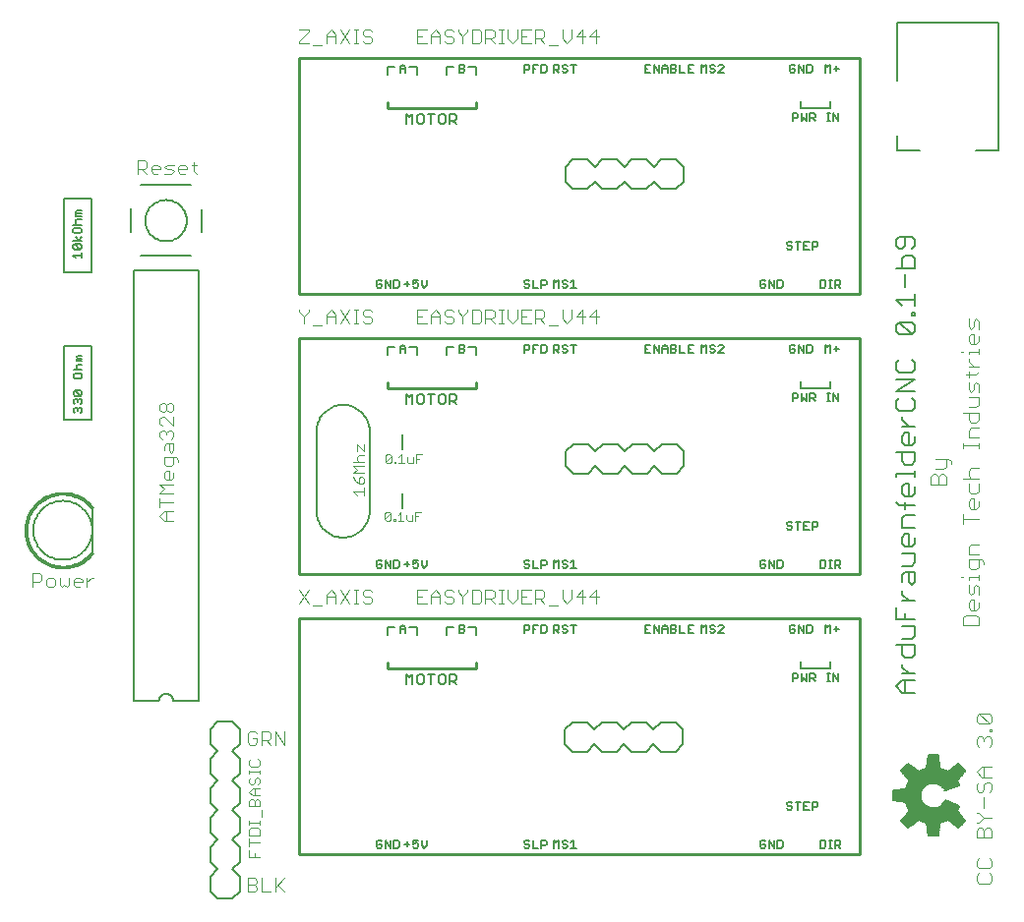
<source format=gto>
G75*
G70*
%OFA0B0*%
%FSLAX24Y24*%
%IPPOS*%
%LPD*%
%AMOC8*
5,1,8,0,0,1.08239X$1,22.5*
%
%ADD10C,0.0040*%
%ADD11C,0.0030*%
%ADD12C,0.0060*%
%ADD13C,0.0080*%
%ADD14C,0.0010*%
%ADD15C,0.0050*%
%ADD16C,0.0100*%
%ADD17C,0.0070*%
%ADD18C,0.0059*%
D10*
X008957Y001923D02*
X009187Y001923D01*
X009264Y002000D01*
X009264Y002077D01*
X009187Y002154D01*
X008957Y002154D01*
X008957Y002384D02*
X008957Y001923D01*
X009187Y002154D02*
X009264Y002230D01*
X009264Y002307D01*
X009187Y002384D01*
X008957Y002384D01*
X009417Y002384D02*
X009417Y001923D01*
X009724Y001923D01*
X009878Y001923D02*
X009878Y002384D01*
X009954Y002154D02*
X010184Y001923D01*
X009878Y002077D02*
X010184Y002384D01*
X010184Y006902D02*
X010184Y007362D01*
X009878Y007362D02*
X010184Y006902D01*
X009878Y006902D02*
X009878Y007362D01*
X009724Y007285D02*
X009647Y007362D01*
X009417Y007362D01*
X009417Y006902D01*
X009417Y007055D02*
X009647Y007055D01*
X009724Y007132D01*
X009724Y007285D01*
X009571Y007055D02*
X009724Y006902D01*
X009264Y006979D02*
X009264Y007132D01*
X009110Y007132D01*
X008957Y007285D02*
X008957Y006979D01*
X009034Y006902D01*
X009187Y006902D01*
X009264Y006979D01*
X009264Y007285D02*
X009187Y007362D01*
X009034Y007362D01*
X008957Y007285D01*
X010700Y011700D02*
X011007Y012160D01*
X010700Y012160D02*
X011007Y011700D01*
X011160Y011623D02*
X011467Y011623D01*
X011621Y011700D02*
X011621Y012007D01*
X011774Y012160D01*
X011928Y012007D01*
X011928Y011700D01*
X012081Y011700D02*
X012388Y012160D01*
X012542Y012160D02*
X012695Y012160D01*
X012618Y012160D02*
X012618Y011700D01*
X012542Y011700D02*
X012695Y011700D01*
X012848Y011777D02*
X012925Y011700D01*
X013079Y011700D01*
X013155Y011777D01*
X013155Y011853D01*
X013079Y011930D01*
X012925Y011930D01*
X012848Y012007D01*
X012848Y012084D01*
X012925Y012160D01*
X013079Y012160D01*
X013155Y012084D01*
X012388Y011700D02*
X012081Y012160D01*
X011928Y011930D02*
X011621Y011930D01*
X014700Y011930D02*
X014853Y011930D01*
X014700Y011700D02*
X015007Y011700D01*
X015160Y011700D02*
X015160Y012007D01*
X015314Y012160D01*
X015467Y012007D01*
X015467Y011700D01*
X015621Y011777D02*
X015698Y011700D01*
X015851Y011700D01*
X015928Y011777D01*
X015928Y011853D01*
X015851Y011930D01*
X015698Y011930D01*
X015621Y012007D01*
X015621Y012084D01*
X015698Y012160D01*
X015851Y012160D01*
X015928Y012084D01*
X016081Y012084D02*
X016235Y011930D01*
X016235Y011700D01*
X016235Y011930D02*
X016388Y012084D01*
X016388Y012160D01*
X016542Y012160D02*
X016772Y012160D01*
X016848Y012084D01*
X016848Y011777D01*
X016772Y011700D01*
X016542Y011700D01*
X016542Y012160D01*
X016081Y012160D02*
X016081Y012084D01*
X015467Y011930D02*
X015160Y011930D01*
X015007Y012160D02*
X014700Y012160D01*
X014700Y011700D01*
X017002Y011700D02*
X017002Y012160D01*
X017232Y012160D01*
X017309Y012084D01*
X017309Y011930D01*
X017232Y011853D01*
X017002Y011853D01*
X017155Y011853D02*
X017309Y011700D01*
X017462Y011700D02*
X017616Y011700D01*
X017539Y011700D02*
X017539Y012160D01*
X017462Y012160D02*
X017616Y012160D01*
X017769Y012160D02*
X017769Y011853D01*
X017923Y011700D01*
X018076Y011853D01*
X018076Y012160D01*
X018230Y012160D02*
X018230Y011700D01*
X018537Y011700D01*
X018690Y011700D02*
X018690Y012160D01*
X018920Y012160D01*
X018997Y012084D01*
X018997Y011930D01*
X018920Y011853D01*
X018690Y011853D01*
X018844Y011853D02*
X018997Y011700D01*
X019150Y011623D02*
X019457Y011623D01*
X019611Y011853D02*
X019764Y011700D01*
X019918Y011853D01*
X019918Y012160D01*
X020071Y011930D02*
X020378Y011930D01*
X020532Y011930D02*
X020762Y012160D01*
X020762Y011700D01*
X020839Y011930D02*
X020532Y011930D01*
X020301Y011700D02*
X020301Y012160D01*
X020071Y011930D01*
X019611Y011853D02*
X019611Y012160D01*
X018537Y012160D02*
X018230Y012160D01*
X018230Y011930D02*
X018383Y011930D01*
X019150Y021123D02*
X019457Y021123D01*
X019611Y021353D02*
X019764Y021200D01*
X019918Y021353D01*
X019918Y021660D01*
X020071Y021430D02*
X020378Y021430D01*
X020532Y021430D02*
X020762Y021660D01*
X020762Y021200D01*
X020839Y021430D02*
X020532Y021430D01*
X020301Y021200D02*
X020301Y021660D01*
X020071Y021430D01*
X019611Y021353D02*
X019611Y021660D01*
X018997Y021584D02*
X018997Y021430D01*
X018920Y021353D01*
X018690Y021353D01*
X018690Y021200D02*
X018690Y021660D01*
X018920Y021660D01*
X018997Y021584D01*
X018844Y021353D02*
X018997Y021200D01*
X018537Y021200D02*
X018230Y021200D01*
X018230Y021660D01*
X018537Y021660D01*
X018383Y021430D02*
X018230Y021430D01*
X018076Y021353D02*
X018076Y021660D01*
X018076Y021353D02*
X017923Y021200D01*
X017769Y021353D01*
X017769Y021660D01*
X017616Y021660D02*
X017462Y021660D01*
X017539Y021660D02*
X017539Y021200D01*
X017462Y021200D02*
X017616Y021200D01*
X017309Y021200D02*
X017155Y021353D01*
X017232Y021353D02*
X017002Y021353D01*
X017002Y021200D02*
X017002Y021660D01*
X017232Y021660D01*
X017309Y021584D01*
X017309Y021430D01*
X017232Y021353D01*
X016848Y021277D02*
X016772Y021200D01*
X016542Y021200D01*
X016542Y021660D01*
X016772Y021660D01*
X016848Y021584D01*
X016848Y021277D01*
X016388Y021584D02*
X016388Y021660D01*
X016388Y021584D02*
X016235Y021430D01*
X016235Y021200D01*
X016235Y021430D02*
X016081Y021584D01*
X016081Y021660D01*
X015928Y021584D02*
X015851Y021660D01*
X015698Y021660D01*
X015621Y021584D01*
X015621Y021507D01*
X015698Y021430D01*
X015851Y021430D01*
X015928Y021353D01*
X015928Y021277D01*
X015851Y021200D01*
X015698Y021200D01*
X015621Y021277D01*
X015467Y021200D02*
X015467Y021507D01*
X015314Y021660D01*
X015160Y021507D01*
X015160Y021200D01*
X015007Y021200D02*
X014700Y021200D01*
X014700Y021660D01*
X015007Y021660D01*
X015160Y021430D02*
X015467Y021430D01*
X014853Y021430D02*
X014700Y021430D01*
X013155Y021353D02*
X013155Y021277D01*
X013079Y021200D01*
X012925Y021200D01*
X012848Y021277D01*
X012695Y021200D02*
X012542Y021200D01*
X012618Y021200D02*
X012618Y021660D01*
X012542Y021660D02*
X012695Y021660D01*
X012848Y021584D02*
X012848Y021507D01*
X012925Y021430D01*
X013079Y021430D01*
X013155Y021353D01*
X013155Y021584D02*
X013079Y021660D01*
X012925Y021660D01*
X012848Y021584D01*
X012388Y021660D02*
X012081Y021200D01*
X011928Y021200D02*
X011928Y021507D01*
X011774Y021660D01*
X011621Y021507D01*
X011621Y021200D01*
X011467Y021123D02*
X011160Y021123D01*
X010853Y021200D02*
X010853Y021430D01*
X011007Y021584D01*
X011007Y021660D01*
X010853Y021430D02*
X010700Y021584D01*
X010700Y021660D01*
X011621Y021430D02*
X011928Y021430D01*
X012081Y021660D02*
X012388Y021200D01*
X007207Y026269D02*
X007130Y026345D01*
X007130Y026652D01*
X007054Y026575D02*
X007207Y026575D01*
X006900Y026499D02*
X006900Y026422D01*
X006593Y026422D01*
X006593Y026499D02*
X006670Y026575D01*
X006823Y026575D01*
X006900Y026499D01*
X006823Y026269D02*
X006670Y026269D01*
X006593Y026345D01*
X006593Y026499D01*
X006440Y026575D02*
X006210Y026575D01*
X006133Y026499D01*
X006210Y026422D01*
X006363Y026422D01*
X006440Y026345D01*
X006363Y026269D01*
X006133Y026269D01*
X005979Y026422D02*
X005672Y026422D01*
X005672Y026499D02*
X005749Y026575D01*
X005903Y026575D01*
X005979Y026499D01*
X005979Y026422D01*
X005903Y026269D02*
X005749Y026269D01*
X005672Y026345D01*
X005672Y026499D01*
X005519Y026499D02*
X005519Y026652D01*
X005442Y026729D01*
X005212Y026729D01*
X005212Y026269D01*
X005212Y026422D02*
X005442Y026422D01*
X005519Y026499D01*
X005366Y026422D02*
X005519Y026269D01*
X010700Y030700D02*
X011007Y030700D01*
X011160Y030623D02*
X011467Y030623D01*
X011621Y030700D02*
X011621Y031007D01*
X011774Y031160D01*
X011928Y031007D01*
X011928Y030700D01*
X012081Y030700D02*
X012388Y031160D01*
X012542Y031160D02*
X012695Y031160D01*
X012618Y031160D02*
X012618Y030700D01*
X012542Y030700D02*
X012695Y030700D01*
X012848Y030777D02*
X012925Y030700D01*
X013079Y030700D01*
X013155Y030777D01*
X013155Y030853D01*
X013079Y030930D01*
X012925Y030930D01*
X012848Y031007D01*
X012848Y031084D01*
X012925Y031160D01*
X013079Y031160D01*
X013155Y031084D01*
X012388Y030700D02*
X012081Y031160D01*
X011928Y030930D02*
X011621Y030930D01*
X011007Y031084D02*
X010700Y030777D01*
X010700Y030700D01*
X010700Y031160D02*
X011007Y031160D01*
X011007Y031084D01*
X014700Y031160D02*
X014700Y030700D01*
X015007Y030700D01*
X015160Y030700D02*
X015160Y031007D01*
X015314Y031160D01*
X015467Y031007D01*
X015467Y030700D01*
X015621Y030777D02*
X015698Y030700D01*
X015851Y030700D01*
X015928Y030777D01*
X015928Y030853D01*
X015851Y030930D01*
X015698Y030930D01*
X015621Y031007D01*
X015621Y031084D01*
X015698Y031160D01*
X015851Y031160D01*
X015928Y031084D01*
X016081Y031084D02*
X016235Y030930D01*
X016235Y030700D01*
X016235Y030930D02*
X016388Y031084D01*
X016388Y031160D01*
X016542Y031160D02*
X016772Y031160D01*
X016848Y031084D01*
X016848Y030777D01*
X016772Y030700D01*
X016542Y030700D01*
X016542Y031160D01*
X016081Y031160D02*
X016081Y031084D01*
X015467Y030930D02*
X015160Y030930D01*
X015007Y031160D02*
X014700Y031160D01*
X014700Y030930D02*
X014853Y030930D01*
X017002Y030853D02*
X017232Y030853D01*
X017309Y030930D01*
X017309Y031084D01*
X017232Y031160D01*
X017002Y031160D01*
X017002Y030700D01*
X017155Y030853D02*
X017309Y030700D01*
X017462Y030700D02*
X017616Y030700D01*
X017539Y030700D02*
X017539Y031160D01*
X017462Y031160D02*
X017616Y031160D01*
X017769Y031160D02*
X017769Y030853D01*
X017923Y030700D01*
X018076Y030853D01*
X018076Y031160D01*
X018230Y031160D02*
X018230Y030700D01*
X018537Y030700D01*
X018690Y030700D02*
X018690Y031160D01*
X018920Y031160D01*
X018997Y031084D01*
X018997Y030930D01*
X018920Y030853D01*
X018690Y030853D01*
X018844Y030853D02*
X018997Y030700D01*
X019150Y030623D02*
X019457Y030623D01*
X019611Y030853D02*
X019764Y030700D01*
X019918Y030853D01*
X019918Y031160D01*
X020071Y030930D02*
X020378Y030930D01*
X020532Y030930D02*
X020839Y030930D01*
X020762Y030700D02*
X020762Y031160D01*
X020532Y030930D01*
X020301Y030700D02*
X020301Y031160D01*
X020071Y030930D01*
X019611Y030853D02*
X019611Y031160D01*
X018537Y031160D02*
X018230Y031160D01*
X018230Y030930D02*
X018383Y030930D01*
X006353Y018496D02*
X006429Y018420D01*
X006429Y018266D01*
X006353Y018189D01*
X006276Y018189D01*
X006199Y018266D01*
X006199Y018420D01*
X006276Y018496D01*
X006353Y018496D01*
X006199Y018420D02*
X006122Y018496D01*
X006046Y018496D01*
X005969Y018420D01*
X005969Y018266D01*
X006046Y018189D01*
X006122Y018189D01*
X006199Y018266D01*
X006122Y018036D02*
X006046Y018036D01*
X005969Y017959D01*
X005969Y017806D01*
X006046Y017729D01*
X006046Y017576D02*
X005969Y017499D01*
X005969Y017345D01*
X006046Y017269D01*
X006199Y017422D02*
X006199Y017499D01*
X006276Y017576D01*
X006353Y017576D01*
X006429Y017499D01*
X006429Y017345D01*
X006353Y017269D01*
X006429Y017115D02*
X006199Y017115D01*
X006122Y017038D01*
X006122Y016885D01*
X006276Y016885D02*
X006276Y017115D01*
X006429Y017115D02*
X006429Y016885D01*
X006353Y016808D01*
X006276Y016885D01*
X006429Y016655D02*
X006429Y016425D01*
X006353Y016348D01*
X006199Y016348D01*
X006122Y016425D01*
X006122Y016655D01*
X006506Y016655D01*
X006583Y016578D01*
X006583Y016501D01*
X006429Y016118D02*
X006429Y015964D01*
X006353Y015887D01*
X006199Y015887D01*
X006122Y015964D01*
X006122Y016118D01*
X006199Y016194D01*
X006276Y016194D01*
X006276Y015887D01*
X006429Y015734D02*
X005969Y015734D01*
X006122Y015580D01*
X005969Y015427D01*
X006429Y015427D01*
X006429Y015120D02*
X005969Y015120D01*
X005969Y014967D02*
X005969Y015274D01*
X006122Y014813D02*
X005969Y014660D01*
X006122Y014506D01*
X006429Y014506D01*
X006199Y014506D02*
X006199Y014813D01*
X006122Y014813D02*
X006429Y014813D01*
X006199Y017499D02*
X006122Y017576D01*
X006046Y017576D01*
X006429Y017729D02*
X006122Y018036D01*
X006429Y018036D02*
X006429Y017729D01*
X001889Y012724D02*
X001659Y012724D01*
X001659Y012263D01*
X001659Y012417D02*
X001889Y012417D01*
X001966Y012493D01*
X001966Y012647D01*
X001889Y012724D01*
X002119Y012493D02*
X002119Y012340D01*
X002196Y012263D01*
X002349Y012263D01*
X002426Y012340D01*
X002426Y012493D01*
X002349Y012570D01*
X002196Y012570D01*
X002119Y012493D01*
X002579Y012570D02*
X002579Y012340D01*
X002656Y012263D01*
X002733Y012340D01*
X002810Y012263D01*
X002886Y012340D01*
X002886Y012570D01*
X003040Y012493D02*
X003117Y012570D01*
X003270Y012570D01*
X003347Y012493D01*
X003347Y012417D01*
X003040Y012417D01*
X003040Y012493D02*
X003040Y012340D01*
X003117Y012263D01*
X003270Y012263D01*
X003500Y012263D02*
X003500Y012570D01*
X003500Y012417D02*
X003654Y012570D01*
X003730Y012570D01*
X032091Y015739D02*
X032091Y015999D01*
X032178Y016086D01*
X032265Y016086D01*
X032351Y015999D01*
X032351Y015739D01*
X032351Y015999D02*
X032438Y016086D01*
X032525Y016086D01*
X032612Y015999D01*
X032612Y015739D01*
X032091Y015739D01*
X032265Y016254D02*
X032525Y016254D01*
X032612Y016341D01*
X032612Y016601D01*
X032698Y016601D02*
X032785Y016514D01*
X032785Y016428D01*
X032698Y016601D02*
X032265Y016601D01*
X033200Y016971D02*
X033200Y017144D01*
X033200Y017058D02*
X033720Y017058D01*
X033720Y017144D02*
X033720Y016971D01*
X033720Y017315D02*
X033373Y017315D01*
X033373Y017575D01*
X033460Y017662D01*
X033720Y017662D01*
X033633Y017830D02*
X033460Y017830D01*
X033373Y017917D01*
X033373Y018177D01*
X033373Y018346D02*
X033633Y018346D01*
X033720Y018433D01*
X033720Y018693D01*
X033373Y018693D01*
X033460Y018861D02*
X033373Y018948D01*
X033373Y019208D01*
X033373Y019377D02*
X033373Y019551D01*
X033286Y019464D02*
X033633Y019464D01*
X033720Y019551D01*
X033720Y019721D02*
X033373Y019721D01*
X033373Y019894D02*
X033373Y019981D01*
X033373Y019894D02*
X033547Y019721D01*
X033720Y020151D02*
X033720Y020324D01*
X033720Y020237D02*
X033373Y020237D01*
X033373Y020151D01*
X033200Y020237D02*
X033113Y020237D01*
X033460Y020494D02*
X033373Y020581D01*
X033373Y020755D01*
X033460Y020841D01*
X033547Y020841D01*
X033547Y020494D01*
X033633Y020494D02*
X033460Y020494D01*
X033633Y020494D02*
X033720Y020581D01*
X033720Y020755D01*
X033720Y021010D02*
X033720Y021270D01*
X033633Y021357D01*
X033547Y021270D01*
X033547Y021097D01*
X033460Y021010D01*
X033373Y021097D01*
X033373Y021357D01*
X033633Y019208D02*
X033547Y019122D01*
X033547Y018948D01*
X033460Y018861D01*
X033720Y018861D02*
X033720Y019122D01*
X033633Y019208D01*
X033720Y018177D02*
X033200Y018177D01*
X033720Y018177D02*
X033720Y017917D01*
X033633Y017830D01*
X033720Y016286D02*
X033460Y016286D01*
X033373Y016200D01*
X033373Y016026D01*
X033460Y015940D01*
X033373Y015771D02*
X033373Y015511D01*
X033460Y015424D01*
X033633Y015424D01*
X033720Y015511D01*
X033720Y015771D01*
X033720Y015940D02*
X033200Y015940D01*
X033460Y015255D02*
X033547Y015255D01*
X033547Y014908D01*
X033633Y014908D02*
X033460Y014908D01*
X033373Y014995D01*
X033373Y015168D01*
X033460Y015255D01*
X033720Y015168D02*
X033720Y014995D01*
X033633Y014908D01*
X033720Y014566D02*
X033200Y014566D01*
X033200Y014393D02*
X033200Y014740D01*
X033460Y013708D02*
X033720Y013708D01*
X033460Y013708D02*
X033373Y013622D01*
X033373Y013361D01*
X033720Y013361D01*
X033720Y013193D02*
X033720Y012932D01*
X033633Y012846D01*
X033460Y012846D01*
X033373Y012932D01*
X033373Y013193D01*
X033807Y013193D01*
X033893Y013106D01*
X033893Y013019D01*
X033720Y012675D02*
X033720Y012502D01*
X033720Y012589D02*
X033373Y012589D01*
X033373Y012502D01*
X033373Y012333D02*
X033373Y012073D01*
X033460Y011986D01*
X033547Y012073D01*
X033547Y012247D01*
X033633Y012333D01*
X033720Y012247D01*
X033720Y011986D01*
X033547Y011818D02*
X033547Y011471D01*
X033633Y011471D02*
X033460Y011471D01*
X033373Y011557D01*
X033373Y011731D01*
X033460Y011818D01*
X033547Y011818D01*
X033720Y011731D02*
X033720Y011557D01*
X033633Y011471D01*
X033633Y011302D02*
X033286Y011302D01*
X033200Y011215D01*
X033200Y010955D01*
X033720Y010955D01*
X033720Y011215D01*
X033633Y011302D01*
X033200Y012589D02*
X033113Y012589D01*
X033726Y007961D02*
X034073Y007614D01*
X034160Y007701D01*
X034160Y007874D01*
X034073Y007961D01*
X033726Y007961D01*
X033640Y007874D01*
X033640Y007701D01*
X033726Y007614D01*
X034073Y007614D01*
X034073Y007443D02*
X034160Y007443D01*
X034160Y007356D01*
X034073Y007356D01*
X034073Y007443D01*
X034073Y007188D02*
X034160Y007101D01*
X034160Y006927D01*
X034073Y006841D01*
X033900Y007014D02*
X033900Y007101D01*
X033987Y007188D01*
X034073Y007188D01*
X033900Y007101D02*
X033813Y007188D01*
X033726Y007188D01*
X033640Y007101D01*
X033640Y006927D01*
X033726Y006841D01*
X033813Y006156D02*
X034160Y006156D01*
X033900Y006156D02*
X033900Y005809D01*
X033813Y005809D02*
X033640Y005983D01*
X033813Y006156D01*
X033813Y005809D02*
X034160Y005809D01*
X034073Y005641D02*
X034160Y005554D01*
X034160Y005381D01*
X034073Y005294D01*
X033900Y005381D02*
X033900Y005554D01*
X033987Y005641D01*
X034073Y005641D01*
X033900Y005381D02*
X033813Y005294D01*
X033726Y005294D01*
X033640Y005381D01*
X033640Y005554D01*
X033726Y005641D01*
X033900Y005125D02*
X033900Y004778D01*
X033726Y004610D02*
X033640Y004610D01*
X033726Y004610D02*
X033900Y004436D01*
X034160Y004436D01*
X033900Y004436D02*
X033726Y004263D01*
X033640Y004263D01*
X033726Y004094D02*
X033813Y004094D01*
X033900Y004007D01*
X033900Y003747D01*
X034160Y003747D02*
X033640Y003747D01*
X033640Y004007D01*
X033726Y004094D01*
X033900Y004007D02*
X033987Y004094D01*
X034073Y004094D01*
X034160Y004007D01*
X034160Y003747D01*
X034073Y003063D02*
X034160Y002976D01*
X034160Y002802D01*
X034073Y002716D01*
X033726Y002716D01*
X033640Y002802D01*
X033640Y002976D01*
X033726Y003063D01*
X033726Y002547D02*
X033640Y002460D01*
X033640Y002287D01*
X033726Y002200D01*
X034073Y002200D01*
X034160Y002287D01*
X034160Y002460D01*
X034073Y002547D01*
D11*
X014822Y014796D02*
X014629Y014796D01*
X014629Y014505D01*
X014528Y014505D02*
X014528Y014699D01*
X014629Y014651D02*
X014726Y014651D01*
X014528Y014505D02*
X014382Y014505D01*
X014334Y014554D01*
X014334Y014699D01*
X014233Y014505D02*
X014039Y014505D01*
X014136Y014505D02*
X014136Y014796D01*
X014039Y014699D01*
X013941Y014554D02*
X013941Y014505D01*
X013892Y014505D01*
X013892Y014554D01*
X013941Y014554D01*
X013791Y014554D02*
X013743Y014505D01*
X013646Y014505D01*
X013597Y014554D01*
X013791Y014747D01*
X013791Y014554D01*
X013791Y014747D02*
X013743Y014796D01*
X013646Y014796D01*
X013597Y014747D01*
X013597Y014554D01*
X012890Y015378D02*
X012890Y015625D01*
X012890Y015501D02*
X012519Y015501D01*
X012643Y015378D01*
X012704Y015746D02*
X012704Y015931D01*
X012766Y015993D01*
X012828Y015993D01*
X012890Y015931D01*
X012890Y015808D01*
X012828Y015746D01*
X012704Y015746D01*
X012581Y015870D01*
X012519Y015993D01*
X012519Y016115D02*
X012643Y016238D01*
X012519Y016361D01*
X012890Y016361D01*
X012890Y016483D02*
X012519Y016483D01*
X012643Y016545D02*
X012643Y016668D01*
X012704Y016730D01*
X012890Y016730D01*
X012890Y016851D02*
X012890Y017098D01*
X012643Y017098D02*
X012890Y016851D01*
X012643Y016851D02*
X012643Y017098D01*
X012643Y016545D02*
X012704Y016483D01*
X012519Y016115D02*
X012890Y016115D01*
X013616Y016506D02*
X013616Y016700D01*
X013664Y016748D01*
X013761Y016748D01*
X013809Y016700D01*
X013616Y016506D01*
X013664Y016458D01*
X013761Y016458D01*
X013809Y016506D01*
X013809Y016700D01*
X013911Y016506D02*
X013959Y016506D01*
X013959Y016458D01*
X013911Y016458D01*
X013911Y016506D01*
X014058Y016458D02*
X014251Y016458D01*
X014155Y016458D02*
X014155Y016748D01*
X014058Y016651D01*
X014353Y016651D02*
X014353Y016506D01*
X014401Y016458D01*
X014546Y016458D01*
X014546Y016651D01*
X014647Y016603D02*
X014744Y016603D01*
X014647Y016748D02*
X014841Y016748D01*
X014647Y016748D02*
X014647Y016458D01*
X009302Y006413D02*
X009364Y006351D01*
X009364Y006228D01*
X009302Y006166D01*
X009056Y006166D01*
X008994Y006228D01*
X008994Y006351D01*
X009056Y006413D01*
X008994Y006044D02*
X008994Y005921D01*
X008994Y005982D02*
X009364Y005982D01*
X009364Y005921D02*
X009364Y006044D01*
X009302Y005799D02*
X009364Y005738D01*
X009364Y005614D01*
X009302Y005552D01*
X009364Y005431D02*
X009117Y005431D01*
X008994Y005308D01*
X009117Y005184D01*
X009364Y005184D01*
X009302Y005063D02*
X009364Y005001D01*
X009364Y004816D01*
X008994Y004816D01*
X008994Y005001D01*
X009056Y005063D01*
X009117Y005063D01*
X009179Y005001D01*
X009179Y004816D01*
X009179Y005001D02*
X009241Y005063D01*
X009302Y005063D01*
X009179Y005184D02*
X009179Y005431D01*
X009117Y005552D02*
X009179Y005614D01*
X009179Y005738D01*
X009241Y005799D01*
X009302Y005799D01*
X009056Y005799D02*
X008994Y005738D01*
X008994Y005614D01*
X009056Y005552D01*
X009117Y005552D01*
X009426Y004694D02*
X009426Y004447D01*
X009364Y004325D02*
X009364Y004202D01*
X009364Y004264D02*
X008994Y004264D01*
X008994Y004325D02*
X008994Y004202D01*
X009056Y004081D02*
X008994Y004019D01*
X008994Y003834D01*
X009364Y003834D01*
X009364Y004019D01*
X009302Y004081D01*
X009056Y004081D01*
X008994Y003712D02*
X008994Y003465D01*
X008994Y003344D02*
X008994Y003097D01*
X009364Y003097D01*
X009179Y003097D02*
X009179Y003220D01*
X009364Y003589D02*
X008994Y003589D01*
D12*
X013310Y003627D02*
X013310Y003453D01*
X013353Y003410D01*
X013440Y003410D01*
X013483Y003453D01*
X013483Y003540D01*
X013397Y003540D01*
X013483Y003627D02*
X013440Y003670D01*
X013353Y003670D01*
X013310Y003627D01*
X013605Y003670D02*
X013778Y003410D01*
X013778Y003670D01*
X013899Y003670D02*
X013899Y003410D01*
X014029Y003410D01*
X014073Y003453D01*
X014073Y003627D01*
X014029Y003670D01*
X013899Y003670D01*
X013605Y003670D02*
X013605Y003410D01*
X014260Y003540D02*
X014433Y003540D01*
X014555Y003540D02*
X014555Y003670D01*
X014728Y003670D01*
X014685Y003583D02*
X014728Y003540D01*
X014728Y003453D01*
X014685Y003410D01*
X014598Y003410D01*
X014555Y003453D01*
X014555Y003540D02*
X014641Y003583D01*
X014685Y003583D01*
X014849Y003497D02*
X014936Y003410D01*
X015023Y003497D01*
X015023Y003670D01*
X014849Y003670D02*
X014849Y003497D01*
X014347Y003453D02*
X014347Y003627D01*
X018310Y003627D02*
X018310Y003583D01*
X018353Y003540D01*
X018440Y003540D01*
X018483Y003497D01*
X018483Y003453D01*
X018440Y003410D01*
X018353Y003410D01*
X018310Y003453D01*
X018310Y003627D02*
X018353Y003670D01*
X018440Y003670D01*
X018483Y003627D01*
X018605Y003670D02*
X018605Y003410D01*
X018778Y003410D01*
X018899Y003410D02*
X018899Y003670D01*
X019029Y003670D01*
X019073Y003627D01*
X019073Y003540D01*
X019029Y003497D01*
X018899Y003497D01*
X019310Y003410D02*
X019310Y003670D01*
X019397Y003583D01*
X019483Y003670D01*
X019483Y003410D01*
X019605Y003453D02*
X019648Y003410D01*
X019735Y003410D01*
X019778Y003453D01*
X019778Y003497D01*
X019735Y003540D01*
X019648Y003540D01*
X019605Y003583D01*
X019605Y003627D01*
X019648Y003670D01*
X019735Y003670D01*
X019778Y003627D01*
X019899Y003583D02*
X019986Y003670D01*
X019986Y003410D01*
X019899Y003410D02*
X020073Y003410D01*
X026310Y003453D02*
X026353Y003410D01*
X026440Y003410D01*
X026483Y003453D01*
X026483Y003540D01*
X026397Y003540D01*
X026483Y003627D02*
X026440Y003670D01*
X026353Y003670D01*
X026310Y003627D01*
X026310Y003453D01*
X026605Y003410D02*
X026605Y003670D01*
X026778Y003410D01*
X026778Y003670D01*
X026899Y003670D02*
X026899Y003410D01*
X027029Y003410D01*
X027073Y003453D01*
X027073Y003627D01*
X027029Y003670D01*
X026899Y003670D01*
X027253Y004710D02*
X027210Y004753D01*
X027253Y004710D02*
X027340Y004710D01*
X027383Y004753D01*
X027383Y004797D01*
X027340Y004840D01*
X027253Y004840D01*
X027210Y004883D01*
X027210Y004927D01*
X027253Y004970D01*
X027340Y004970D01*
X027383Y004927D01*
X027505Y004970D02*
X027678Y004970D01*
X027591Y004970D02*
X027591Y004710D01*
X027799Y004710D02*
X027973Y004710D01*
X028094Y004710D02*
X028094Y004970D01*
X028224Y004970D01*
X028267Y004927D01*
X028267Y004840D01*
X028224Y004797D01*
X028094Y004797D01*
X027973Y004970D02*
X027799Y004970D01*
X027799Y004710D01*
X027799Y004840D02*
X027886Y004840D01*
X028360Y003670D02*
X028490Y003670D01*
X028533Y003627D01*
X028533Y003453D01*
X028490Y003410D01*
X028360Y003410D01*
X028360Y003670D01*
X028655Y003670D02*
X028741Y003670D01*
X028698Y003670D02*
X028698Y003410D01*
X028655Y003410D02*
X028741Y003410D01*
X028851Y003410D02*
X028851Y003670D01*
X028981Y003670D01*
X029025Y003627D01*
X029025Y003540D01*
X028981Y003497D01*
X028851Y003497D01*
X028938Y003497D02*
X029025Y003410D01*
X031123Y008676D02*
X030910Y008890D01*
X031123Y009103D01*
X031550Y009103D01*
X031550Y009321D02*
X031123Y009321D01*
X031123Y009534D02*
X031123Y009641D01*
X031123Y009534D02*
X031337Y009321D01*
X031230Y009103D02*
X031230Y008676D01*
X031123Y008676D02*
X031550Y008676D01*
X031444Y009858D02*
X031230Y009858D01*
X031123Y009965D01*
X031123Y010285D01*
X030910Y010285D02*
X031550Y010285D01*
X031550Y009965D01*
X031444Y009858D01*
X031444Y010502D02*
X031550Y010609D01*
X031550Y010929D01*
X031123Y010929D01*
X031230Y011147D02*
X031230Y011361D01*
X030910Y011147D02*
X030910Y011574D01*
X031123Y011792D02*
X031550Y011792D01*
X031337Y011792D02*
X031123Y012005D01*
X031123Y012112D01*
X031123Y012435D02*
X031123Y012649D01*
X031230Y012756D01*
X031550Y012756D01*
X031550Y012435D01*
X031444Y012329D01*
X031337Y012435D01*
X031337Y012756D01*
X031444Y012973D02*
X031550Y013080D01*
X031550Y013400D01*
X031123Y013400D01*
X031230Y013618D02*
X031123Y013725D01*
X031123Y013938D01*
X031230Y014045D01*
X031337Y014045D01*
X031337Y013618D01*
X031444Y013618D02*
X031230Y013618D01*
X031444Y013618D02*
X031550Y013725D01*
X031550Y013938D01*
X031550Y014262D02*
X031123Y014262D01*
X031123Y014583D01*
X031230Y014689D01*
X031550Y014689D01*
X031550Y015014D02*
X031017Y015014D01*
X030910Y015120D01*
X031230Y015120D02*
X031230Y014907D01*
X031230Y015337D02*
X031123Y015443D01*
X031123Y015657D01*
X031230Y015764D01*
X031337Y015764D01*
X031337Y015337D01*
X031444Y015337D02*
X031230Y015337D01*
X031444Y015337D02*
X031550Y015443D01*
X031550Y015657D01*
X031550Y015981D02*
X031550Y016195D01*
X031550Y016088D02*
X030910Y016088D01*
X030910Y015981D01*
X031230Y016411D02*
X031123Y016518D01*
X031123Y016838D01*
X030910Y016838D02*
X031550Y016838D01*
X031550Y016518D01*
X031444Y016411D01*
X031230Y016411D01*
X031230Y017055D02*
X031123Y017162D01*
X031123Y017376D01*
X031230Y017482D01*
X031337Y017482D01*
X031337Y017055D01*
X031444Y017055D02*
X031230Y017055D01*
X031444Y017055D02*
X031550Y017162D01*
X031550Y017376D01*
X031550Y017700D02*
X031123Y017700D01*
X031123Y017913D02*
X031123Y018020D01*
X031123Y017913D02*
X031337Y017700D01*
X031444Y018237D02*
X031017Y018237D01*
X030910Y018344D01*
X030910Y018557D01*
X031017Y018664D01*
X030910Y018882D02*
X031550Y019309D01*
X030910Y019309D01*
X031017Y019526D02*
X031444Y019526D01*
X031550Y019633D01*
X031550Y019846D01*
X031444Y019953D01*
X031017Y019953D02*
X030910Y019846D01*
X030910Y019633D01*
X031017Y019526D01*
X030910Y018882D02*
X031550Y018882D01*
X031444Y018664D02*
X031550Y018557D01*
X031550Y018344D01*
X031444Y018237D01*
X028959Y018560D02*
X028959Y018820D01*
X028785Y018820D02*
X028959Y018560D01*
X028785Y018560D02*
X028785Y018820D01*
X028675Y018820D02*
X028589Y018820D01*
X028632Y018820D02*
X028632Y018560D01*
X028589Y018560D02*
X028675Y018560D01*
X028173Y018560D02*
X028086Y018647D01*
X028129Y018647D02*
X027999Y018647D01*
X027999Y018560D02*
X027999Y018820D01*
X028129Y018820D01*
X028173Y018777D01*
X028173Y018690D01*
X028129Y018647D01*
X027878Y018560D02*
X027878Y018820D01*
X027705Y018820D02*
X027705Y018560D01*
X027791Y018647D01*
X027878Y018560D01*
X027583Y018690D02*
X027540Y018647D01*
X027410Y018647D01*
X027410Y018560D02*
X027410Y018820D01*
X027540Y018820D01*
X027583Y018777D01*
X027583Y018690D01*
X027605Y020210D02*
X027605Y020470D01*
X027778Y020210D01*
X027778Y020470D01*
X027899Y020470D02*
X028029Y020470D01*
X028073Y020427D01*
X028073Y020253D01*
X028029Y020210D01*
X027899Y020210D01*
X027899Y020470D01*
X027483Y020427D02*
X027440Y020470D01*
X027353Y020470D01*
X027310Y020427D01*
X027310Y020253D01*
X027353Y020210D01*
X027440Y020210D01*
X027483Y020253D01*
X027483Y020340D01*
X027397Y020340D01*
X028510Y020210D02*
X028510Y020470D01*
X028597Y020383D01*
X028683Y020470D01*
X028683Y020210D01*
X028805Y020340D02*
X028978Y020340D01*
X028891Y020427D02*
X028891Y020253D01*
X030910Y020922D02*
X031017Y020815D01*
X031444Y020815D01*
X031017Y021242D01*
X031444Y021242D01*
X031550Y021136D01*
X031550Y020922D01*
X031444Y020815D01*
X030910Y020922D02*
X030910Y021136D01*
X031017Y021242D01*
X031444Y021460D02*
X031444Y021567D01*
X031550Y021567D01*
X031550Y021460D01*
X031444Y021460D01*
X031550Y021782D02*
X031550Y022209D01*
X031550Y021996D02*
X030910Y021996D01*
X031123Y021782D01*
X031230Y022427D02*
X031230Y022854D01*
X031123Y023071D02*
X031123Y023391D01*
X031230Y023498D01*
X031444Y023498D01*
X031550Y023391D01*
X031550Y023071D01*
X030910Y023071D01*
X031017Y023716D02*
X031123Y023716D01*
X031230Y023822D01*
X031230Y024143D01*
X031017Y024143D02*
X031444Y024143D01*
X031550Y024036D01*
X031550Y023822D01*
X031444Y023716D01*
X031017Y023716D02*
X030910Y023822D01*
X030910Y024036D01*
X031017Y024143D01*
X029025Y022627D02*
X029025Y022540D01*
X028981Y022497D01*
X028851Y022497D01*
X028938Y022497D02*
X029025Y022410D01*
X028851Y022410D02*
X028851Y022670D01*
X028981Y022670D01*
X029025Y022627D01*
X028741Y022670D02*
X028655Y022670D01*
X028698Y022670D02*
X028698Y022410D01*
X028655Y022410D02*
X028741Y022410D01*
X028533Y022453D02*
X028533Y022627D01*
X028490Y022670D01*
X028360Y022670D01*
X028360Y022410D01*
X028490Y022410D01*
X028533Y022453D01*
X028094Y023710D02*
X028094Y023970D01*
X028224Y023970D01*
X028267Y023927D01*
X028267Y023840D01*
X028224Y023797D01*
X028094Y023797D01*
X027973Y023710D02*
X027799Y023710D01*
X027799Y023970D01*
X027973Y023970D01*
X027886Y023840D02*
X027799Y023840D01*
X027678Y023970D02*
X027505Y023970D01*
X027591Y023970D02*
X027591Y023710D01*
X027383Y023753D02*
X027340Y023710D01*
X027253Y023710D01*
X027210Y023753D01*
X027253Y023840D02*
X027210Y023883D01*
X027210Y023927D01*
X027253Y023970D01*
X027340Y023970D01*
X027383Y023927D01*
X027340Y023840D02*
X027383Y023797D01*
X027383Y023753D01*
X027340Y023840D02*
X027253Y023840D01*
X027029Y022670D02*
X026899Y022670D01*
X026899Y022410D01*
X027029Y022410D01*
X027073Y022453D01*
X027073Y022627D01*
X027029Y022670D01*
X026778Y022670D02*
X026778Y022410D01*
X026605Y022670D01*
X026605Y022410D01*
X026483Y022453D02*
X026483Y022540D01*
X026397Y022540D01*
X026483Y022453D02*
X026440Y022410D01*
X026353Y022410D01*
X026310Y022453D01*
X026310Y022627D01*
X026353Y022670D01*
X026440Y022670D01*
X026483Y022627D01*
X025029Y020470D02*
X024943Y020470D01*
X024899Y020427D01*
X024778Y020427D02*
X024735Y020470D01*
X024648Y020470D01*
X024605Y020427D01*
X024605Y020383D01*
X024648Y020340D01*
X024735Y020340D01*
X024778Y020297D01*
X024778Y020253D01*
X024735Y020210D01*
X024648Y020210D01*
X024605Y020253D01*
X024483Y020210D02*
X024483Y020470D01*
X024397Y020383D01*
X024310Y020470D01*
X024310Y020210D01*
X024057Y020210D02*
X023883Y020210D01*
X023883Y020470D01*
X024057Y020470D01*
X023970Y020340D02*
X023883Y020340D01*
X023762Y020210D02*
X023589Y020210D01*
X023589Y020470D01*
X023467Y020427D02*
X023467Y020383D01*
X023424Y020340D01*
X023294Y020340D01*
X023173Y020340D02*
X022999Y020340D01*
X022999Y020383D02*
X023086Y020470D01*
X023173Y020383D01*
X023173Y020210D01*
X023294Y020210D02*
X023424Y020210D01*
X023467Y020253D01*
X023467Y020297D01*
X023424Y020340D01*
X023467Y020427D02*
X023424Y020470D01*
X023294Y020470D01*
X023294Y020210D01*
X022999Y020210D02*
X022999Y020383D01*
X022878Y020470D02*
X022878Y020210D01*
X022705Y020470D01*
X022705Y020210D01*
X022583Y020210D02*
X022410Y020210D01*
X022410Y020470D01*
X022583Y020470D01*
X022497Y020340D02*
X022410Y020340D01*
X020073Y020470D02*
X019899Y020470D01*
X019986Y020470D02*
X019986Y020210D01*
X019778Y020253D02*
X019735Y020210D01*
X019648Y020210D01*
X019605Y020253D01*
X019648Y020340D02*
X019735Y020340D01*
X019778Y020297D01*
X019778Y020253D01*
X019648Y020340D02*
X019605Y020383D01*
X019605Y020427D01*
X019648Y020470D01*
X019735Y020470D01*
X019778Y020427D01*
X019483Y020427D02*
X019483Y020340D01*
X019440Y020297D01*
X019310Y020297D01*
X019397Y020297D02*
X019483Y020210D01*
X019310Y020210D02*
X019310Y020470D01*
X019440Y020470D01*
X019483Y020427D01*
X019073Y020427D02*
X019029Y020470D01*
X018899Y020470D01*
X018899Y020210D01*
X019029Y020210D01*
X019073Y020253D01*
X019073Y020427D01*
X018778Y020470D02*
X018605Y020470D01*
X018605Y020210D01*
X018605Y020340D02*
X018691Y020340D01*
X018483Y020340D02*
X018440Y020297D01*
X018310Y020297D01*
X018310Y020210D02*
X018310Y020470D01*
X018440Y020470D01*
X018483Y020427D01*
X018483Y020340D01*
X018440Y022410D02*
X018353Y022410D01*
X018310Y022453D01*
X018353Y022540D02*
X018440Y022540D01*
X018483Y022497D01*
X018483Y022453D01*
X018440Y022410D01*
X018353Y022540D02*
X018310Y022583D01*
X018310Y022627D01*
X018353Y022670D01*
X018440Y022670D01*
X018483Y022627D01*
X018605Y022670D02*
X018605Y022410D01*
X018778Y022410D01*
X018899Y022410D02*
X018899Y022670D01*
X019029Y022670D01*
X019073Y022627D01*
X019073Y022540D01*
X019029Y022497D01*
X018899Y022497D01*
X019310Y022410D02*
X019310Y022670D01*
X019397Y022583D01*
X019483Y022670D01*
X019483Y022410D01*
X019605Y022453D02*
X019648Y022410D01*
X019735Y022410D01*
X019778Y022453D01*
X019778Y022497D01*
X019735Y022540D01*
X019648Y022540D01*
X019605Y022583D01*
X019605Y022627D01*
X019648Y022670D01*
X019735Y022670D01*
X019778Y022627D01*
X019899Y022583D02*
X019986Y022670D01*
X019986Y022410D01*
X019899Y022410D02*
X020073Y022410D01*
X016283Y020427D02*
X016283Y020383D01*
X016240Y020340D01*
X016110Y020340D01*
X016110Y020210D02*
X016110Y020470D01*
X016240Y020470D01*
X016283Y020427D01*
X016240Y020340D02*
X016283Y020297D01*
X016283Y020253D01*
X016240Y020210D01*
X016110Y020210D01*
X014283Y020210D02*
X014283Y020383D01*
X014197Y020470D01*
X014110Y020383D01*
X014110Y020210D01*
X014110Y020340D02*
X014283Y020340D01*
X014029Y022410D02*
X014073Y022453D01*
X014073Y022627D01*
X014029Y022670D01*
X013899Y022670D01*
X013899Y022410D01*
X014029Y022410D01*
X013778Y022410D02*
X013778Y022670D01*
X013605Y022670D02*
X013778Y022410D01*
X013605Y022410D02*
X013605Y022670D01*
X013483Y022627D02*
X013440Y022670D01*
X013353Y022670D01*
X013310Y022627D01*
X013310Y022453D01*
X013353Y022410D01*
X013440Y022410D01*
X013483Y022453D01*
X013483Y022540D01*
X013397Y022540D01*
X014260Y022540D02*
X014433Y022540D01*
X014555Y022540D02*
X014641Y022583D01*
X014685Y022583D01*
X014728Y022540D01*
X014728Y022453D01*
X014685Y022410D01*
X014598Y022410D01*
X014555Y022453D01*
X014555Y022540D02*
X014555Y022670D01*
X014728Y022670D01*
X014849Y022670D02*
X014849Y022497D01*
X014936Y022410D01*
X015023Y022497D01*
X015023Y022670D01*
X014347Y022627D02*
X014347Y022453D01*
X007280Y022980D02*
X005080Y022980D01*
X005080Y008380D01*
X005930Y008380D01*
X005932Y008410D01*
X005937Y008440D01*
X005946Y008469D01*
X005959Y008496D01*
X005974Y008522D01*
X005993Y008546D01*
X006014Y008567D01*
X006038Y008586D01*
X006064Y008601D01*
X006091Y008614D01*
X006120Y008623D01*
X006150Y008628D01*
X006180Y008630D01*
X006210Y008628D01*
X006240Y008623D01*
X006269Y008614D01*
X006296Y008601D01*
X006322Y008586D01*
X006346Y008567D01*
X006367Y008546D01*
X006386Y008522D01*
X006401Y008496D01*
X006414Y008469D01*
X006423Y008440D01*
X006428Y008410D01*
X006430Y008380D01*
X007280Y008380D01*
X007280Y022980D01*
X014110Y029710D02*
X014110Y029883D01*
X014197Y029970D01*
X014283Y029883D01*
X014283Y029710D01*
X014283Y029840D02*
X014110Y029840D01*
X016110Y029840D02*
X016240Y029840D01*
X016283Y029797D01*
X016283Y029753D01*
X016240Y029710D01*
X016110Y029710D01*
X016110Y029970D01*
X016240Y029970D01*
X016283Y029927D01*
X016283Y029883D01*
X016240Y029840D01*
X018310Y029797D02*
X018440Y029797D01*
X018483Y029840D01*
X018483Y029927D01*
X018440Y029970D01*
X018310Y029970D01*
X018310Y029710D01*
X018605Y029710D02*
X018605Y029970D01*
X018778Y029970D01*
X018899Y029970D02*
X019029Y029970D01*
X019073Y029927D01*
X019073Y029753D01*
X019029Y029710D01*
X018899Y029710D01*
X018899Y029970D01*
X018691Y029840D02*
X018605Y029840D01*
X019310Y029797D02*
X019440Y029797D01*
X019483Y029840D01*
X019483Y029927D01*
X019440Y029970D01*
X019310Y029970D01*
X019310Y029710D01*
X019397Y029797D02*
X019483Y029710D01*
X019605Y029753D02*
X019648Y029710D01*
X019735Y029710D01*
X019778Y029753D01*
X019778Y029797D01*
X019735Y029840D01*
X019648Y029840D01*
X019605Y029883D01*
X019605Y029927D01*
X019648Y029970D01*
X019735Y029970D01*
X019778Y029927D01*
X019899Y029970D02*
X020073Y029970D01*
X019986Y029970D02*
X019986Y029710D01*
X022410Y029710D02*
X022583Y029710D01*
X022705Y029710D02*
X022705Y029970D01*
X022878Y029710D01*
X022878Y029970D01*
X022999Y029883D02*
X022999Y029710D01*
X022999Y029840D02*
X023173Y029840D01*
X023173Y029883D02*
X023173Y029710D01*
X023294Y029710D02*
X023424Y029710D01*
X023467Y029753D01*
X023467Y029797D01*
X023424Y029840D01*
X023294Y029840D01*
X023173Y029883D02*
X023086Y029970D01*
X022999Y029883D01*
X023294Y029970D02*
X023424Y029970D01*
X023467Y029927D01*
X023467Y029883D01*
X023424Y029840D01*
X023294Y029710D02*
X023294Y029970D01*
X023589Y029970D02*
X023589Y029710D01*
X023762Y029710D01*
X023883Y029710D02*
X024057Y029710D01*
X023970Y029840D02*
X023883Y029840D01*
X023883Y029970D02*
X023883Y029710D01*
X023883Y029970D02*
X024057Y029970D01*
X024310Y029970D02*
X024397Y029883D01*
X024483Y029970D01*
X024483Y029710D01*
X024605Y029753D02*
X024648Y029710D01*
X024735Y029710D01*
X024778Y029753D01*
X024778Y029797D01*
X024735Y029840D01*
X024648Y029840D01*
X024605Y029883D01*
X024605Y029927D01*
X024648Y029970D01*
X024735Y029970D01*
X024778Y029927D01*
X024899Y029927D02*
X024943Y029970D01*
X025029Y029970D01*
X025073Y029927D01*
X025073Y029883D01*
X024899Y029710D01*
X025073Y029710D01*
X024310Y029710D02*
X024310Y029970D01*
X022583Y029970D02*
X022410Y029970D01*
X022410Y029710D01*
X022410Y029840D02*
X022497Y029840D01*
X027310Y029753D02*
X027353Y029710D01*
X027440Y029710D01*
X027483Y029753D01*
X027483Y029840D01*
X027397Y029840D01*
X027483Y029927D02*
X027440Y029970D01*
X027353Y029970D01*
X027310Y029927D01*
X027310Y029753D01*
X027605Y029710D02*
X027605Y029970D01*
X027778Y029710D01*
X027778Y029970D01*
X027899Y029970D02*
X028029Y029970D01*
X028073Y029927D01*
X028073Y029753D01*
X028029Y029710D01*
X027899Y029710D01*
X027899Y029970D01*
X028510Y029970D02*
X028510Y029710D01*
X028683Y029710D02*
X028683Y029970D01*
X028597Y029883D01*
X028510Y029970D01*
X028805Y029840D02*
X028978Y029840D01*
X028891Y029927D02*
X028891Y029753D01*
X028959Y028320D02*
X028959Y028060D01*
X028785Y028320D01*
X028785Y028060D01*
X028675Y028060D02*
X028589Y028060D01*
X028632Y028060D02*
X028632Y028320D01*
X028589Y028320D02*
X028675Y028320D01*
X028173Y028277D02*
X028173Y028190D01*
X028129Y028147D01*
X027999Y028147D01*
X027999Y028060D02*
X027999Y028320D01*
X028129Y028320D01*
X028173Y028277D01*
X028086Y028147D02*
X028173Y028060D01*
X027878Y028060D02*
X027878Y028320D01*
X027705Y028320D02*
X027705Y028060D01*
X027791Y028147D01*
X027878Y028060D01*
X027583Y028190D02*
X027540Y028147D01*
X027410Y028147D01*
X027410Y028060D02*
X027410Y028320D01*
X027540Y028320D01*
X027583Y028277D01*
X027583Y028190D01*
X025029Y020470D02*
X025073Y020427D01*
X025073Y020383D01*
X024899Y020210D01*
X025073Y020210D01*
X027253Y014470D02*
X027210Y014427D01*
X027210Y014383D01*
X027253Y014340D01*
X027340Y014340D01*
X027383Y014297D01*
X027383Y014253D01*
X027340Y014210D01*
X027253Y014210D01*
X027210Y014253D01*
X027253Y014470D02*
X027340Y014470D01*
X027383Y014427D01*
X027505Y014470D02*
X027678Y014470D01*
X027591Y014470D02*
X027591Y014210D01*
X027799Y014210D02*
X027973Y014210D01*
X028094Y014210D02*
X028094Y014470D01*
X028224Y014470D01*
X028267Y014427D01*
X028267Y014340D01*
X028224Y014297D01*
X028094Y014297D01*
X027973Y014470D02*
X027799Y014470D01*
X027799Y014210D01*
X027799Y014340D02*
X027886Y014340D01*
X028360Y013170D02*
X028490Y013170D01*
X028533Y013127D01*
X028533Y012953D01*
X028490Y012910D01*
X028360Y012910D01*
X028360Y013170D01*
X028655Y013170D02*
X028741Y013170D01*
X028698Y013170D02*
X028698Y012910D01*
X028655Y012910D02*
X028741Y012910D01*
X028851Y012910D02*
X028851Y013170D01*
X028981Y013170D01*
X029025Y013127D01*
X029025Y013040D01*
X028981Y012997D01*
X028851Y012997D01*
X028938Y012997D02*
X029025Y012910D01*
X028683Y010970D02*
X028683Y010710D01*
X028510Y010710D02*
X028510Y010970D01*
X028597Y010883D01*
X028683Y010970D01*
X028805Y010840D02*
X028978Y010840D01*
X028891Y010927D02*
X028891Y010753D01*
X028073Y010753D02*
X028073Y010927D01*
X028029Y010970D01*
X027899Y010970D01*
X027899Y010710D01*
X028029Y010710D01*
X028073Y010753D01*
X027778Y010710D02*
X027778Y010970D01*
X027605Y010970D02*
X027778Y010710D01*
X027605Y010710D02*
X027605Y010970D01*
X027483Y010927D02*
X027440Y010970D01*
X027353Y010970D01*
X027310Y010927D01*
X027310Y010753D01*
X027353Y010710D01*
X027440Y010710D01*
X027483Y010753D01*
X027483Y010840D01*
X027397Y010840D01*
X027410Y009320D02*
X027540Y009320D01*
X027583Y009277D01*
X027583Y009190D01*
X027540Y009147D01*
X027410Y009147D01*
X027410Y009060D02*
X027410Y009320D01*
X027705Y009320D02*
X027705Y009060D01*
X027791Y009147D01*
X027878Y009060D01*
X027878Y009320D01*
X027999Y009320D02*
X027999Y009060D01*
X027999Y009147D02*
X028129Y009147D01*
X028173Y009190D01*
X028173Y009277D01*
X028129Y009320D01*
X027999Y009320D01*
X028086Y009147D02*
X028173Y009060D01*
X028589Y009060D02*
X028675Y009060D01*
X028632Y009060D02*
X028632Y009320D01*
X028589Y009320D02*
X028675Y009320D01*
X028785Y009320D02*
X028959Y009060D01*
X028959Y009320D01*
X028785Y009320D02*
X028785Y009060D01*
X030910Y011147D02*
X031550Y011147D01*
X031444Y010502D02*
X031123Y010502D01*
X031123Y012973D02*
X031444Y012973D01*
X027073Y012953D02*
X027029Y012910D01*
X026899Y012910D01*
X026899Y013170D01*
X027029Y013170D01*
X027073Y013127D01*
X027073Y012953D01*
X026778Y012910D02*
X026778Y013170D01*
X026605Y013170D02*
X026778Y012910D01*
X026605Y012910D02*
X026605Y013170D01*
X026483Y013127D02*
X026440Y013170D01*
X026353Y013170D01*
X026310Y013127D01*
X026310Y012953D01*
X026353Y012910D01*
X026440Y012910D01*
X026483Y012953D01*
X026483Y013040D01*
X026397Y013040D01*
X025029Y010970D02*
X024943Y010970D01*
X024899Y010927D01*
X024778Y010927D02*
X024735Y010970D01*
X024648Y010970D01*
X024605Y010927D01*
X024605Y010883D01*
X024648Y010840D01*
X024735Y010840D01*
X024778Y010797D01*
X024778Y010753D01*
X024735Y010710D01*
X024648Y010710D01*
X024605Y010753D01*
X024483Y010710D02*
X024483Y010970D01*
X024397Y010883D01*
X024310Y010970D01*
X024310Y010710D01*
X024057Y010710D02*
X023883Y010710D01*
X023883Y010970D01*
X024057Y010970D01*
X023970Y010840D02*
X023883Y010840D01*
X023762Y010710D02*
X023589Y010710D01*
X023589Y010970D01*
X023467Y010927D02*
X023424Y010970D01*
X023294Y010970D01*
X023294Y010710D01*
X023424Y010710D01*
X023467Y010753D01*
X023467Y010797D01*
X023424Y010840D01*
X023294Y010840D01*
X023173Y010840D02*
X022999Y010840D01*
X022999Y010883D02*
X023086Y010970D01*
X023173Y010883D01*
X023173Y010710D01*
X022999Y010710D02*
X022999Y010883D01*
X022878Y010970D02*
X022878Y010710D01*
X022705Y010970D01*
X022705Y010710D01*
X022583Y010710D02*
X022410Y010710D01*
X022410Y010970D01*
X022583Y010970D01*
X022497Y010840D02*
X022410Y010840D01*
X023424Y010840D02*
X023467Y010883D01*
X023467Y010927D01*
X024899Y010710D02*
X025073Y010883D01*
X025073Y010927D01*
X025029Y010970D01*
X025073Y010710D02*
X024899Y010710D01*
X020073Y010970D02*
X019899Y010970D01*
X019986Y010970D02*
X019986Y010710D01*
X019778Y010753D02*
X019735Y010710D01*
X019648Y010710D01*
X019605Y010753D01*
X019648Y010840D02*
X019735Y010840D01*
X019778Y010797D01*
X019778Y010753D01*
X019648Y010840D02*
X019605Y010883D01*
X019605Y010927D01*
X019648Y010970D01*
X019735Y010970D01*
X019778Y010927D01*
X019483Y010927D02*
X019483Y010840D01*
X019440Y010797D01*
X019310Y010797D01*
X019397Y010797D02*
X019483Y010710D01*
X019310Y010710D02*
X019310Y010970D01*
X019440Y010970D01*
X019483Y010927D01*
X019073Y010927D02*
X019029Y010970D01*
X018899Y010970D01*
X018899Y010710D01*
X019029Y010710D01*
X019073Y010753D01*
X019073Y010927D01*
X018778Y010970D02*
X018605Y010970D01*
X018605Y010710D01*
X018605Y010840D02*
X018691Y010840D01*
X018483Y010840D02*
X018440Y010797D01*
X018310Y010797D01*
X018310Y010710D02*
X018310Y010970D01*
X018440Y010970D01*
X018483Y010927D01*
X018483Y010840D01*
X018440Y012910D02*
X018353Y012910D01*
X018310Y012953D01*
X018353Y013040D02*
X018440Y013040D01*
X018483Y012997D01*
X018483Y012953D01*
X018440Y012910D01*
X018353Y013040D02*
X018310Y013083D01*
X018310Y013127D01*
X018353Y013170D01*
X018440Y013170D01*
X018483Y013127D01*
X018605Y013170D02*
X018605Y012910D01*
X018778Y012910D01*
X018899Y012910D02*
X018899Y013170D01*
X019029Y013170D01*
X019073Y013127D01*
X019073Y013040D01*
X019029Y012997D01*
X018899Y012997D01*
X019310Y012910D02*
X019310Y013170D01*
X019397Y013083D01*
X019483Y013170D01*
X019483Y012910D01*
X019605Y012953D02*
X019648Y012910D01*
X019735Y012910D01*
X019778Y012953D01*
X019778Y012997D01*
X019735Y013040D01*
X019648Y013040D01*
X019605Y013083D01*
X019605Y013127D01*
X019648Y013170D01*
X019735Y013170D01*
X019778Y013127D01*
X019899Y013083D02*
X019986Y013170D01*
X019986Y012910D01*
X019899Y012910D02*
X020073Y012910D01*
X016283Y010927D02*
X016283Y010883D01*
X016240Y010840D01*
X016110Y010840D01*
X016110Y010710D02*
X016240Y010710D01*
X016283Y010753D01*
X016283Y010797D01*
X016240Y010840D01*
X016283Y010927D02*
X016240Y010970D01*
X016110Y010970D01*
X016110Y010710D01*
X014283Y010710D02*
X014283Y010883D01*
X014197Y010970D01*
X014110Y010883D01*
X014110Y010710D01*
X014110Y010840D02*
X014283Y010840D01*
X014029Y012910D02*
X014073Y012953D01*
X014073Y013127D01*
X014029Y013170D01*
X013899Y013170D01*
X013899Y012910D01*
X014029Y012910D01*
X013778Y012910D02*
X013778Y013170D01*
X013605Y013170D02*
X013778Y012910D01*
X013605Y012910D02*
X013605Y013170D01*
X013483Y013127D02*
X013440Y013170D01*
X013353Y013170D01*
X013310Y013127D01*
X013310Y012953D01*
X013353Y012910D01*
X013440Y012910D01*
X013483Y012953D01*
X013483Y013040D01*
X013397Y013040D01*
X014260Y013040D02*
X014433Y013040D01*
X014555Y013040D02*
X014641Y013083D01*
X014685Y013083D01*
X014728Y013040D01*
X014728Y012953D01*
X014685Y012910D01*
X014598Y012910D01*
X014555Y012953D01*
X014555Y013040D02*
X014555Y013170D01*
X014728Y013170D01*
X014849Y013170D02*
X014849Y012997D01*
X014936Y012910D01*
X015023Y012997D01*
X015023Y013170D01*
X014347Y013127D02*
X014347Y012953D01*
X001680Y014180D02*
X001682Y014243D01*
X001688Y014305D01*
X001698Y014367D01*
X001711Y014429D01*
X001729Y014489D01*
X001750Y014548D01*
X001775Y014606D01*
X001804Y014662D01*
X001836Y014716D01*
X001871Y014768D01*
X001909Y014817D01*
X001951Y014865D01*
X001995Y014909D01*
X002043Y014951D01*
X002092Y014989D01*
X002144Y015024D01*
X002198Y015056D01*
X002254Y015085D01*
X002312Y015110D01*
X002371Y015131D01*
X002431Y015149D01*
X002493Y015162D01*
X002555Y015172D01*
X002617Y015178D01*
X002680Y015180D01*
X002743Y015178D01*
X002805Y015172D01*
X002867Y015162D01*
X002929Y015149D01*
X002989Y015131D01*
X003048Y015110D01*
X003106Y015085D01*
X003162Y015056D01*
X003216Y015024D01*
X003268Y014989D01*
X003317Y014951D01*
X003365Y014909D01*
X003409Y014865D01*
X003451Y014817D01*
X003489Y014768D01*
X003524Y014716D01*
X003556Y014662D01*
X003585Y014606D01*
X003610Y014548D01*
X003631Y014489D01*
X003649Y014429D01*
X003662Y014367D01*
X003672Y014305D01*
X003678Y014243D01*
X003680Y014180D01*
X003678Y014117D01*
X003672Y014055D01*
X003662Y013993D01*
X003649Y013931D01*
X003631Y013871D01*
X003610Y013812D01*
X003585Y013754D01*
X003556Y013698D01*
X003524Y013644D01*
X003489Y013592D01*
X003451Y013543D01*
X003409Y013495D01*
X003365Y013451D01*
X003317Y013409D01*
X003268Y013371D01*
X003216Y013336D01*
X003162Y013304D01*
X003106Y013275D01*
X003048Y013250D01*
X002989Y013229D01*
X002929Y013211D01*
X002867Y013198D01*
X002805Y013188D01*
X002743Y013182D01*
X002680Y013180D01*
X002617Y013182D01*
X002555Y013188D01*
X002493Y013198D01*
X002431Y013211D01*
X002371Y013229D01*
X002312Y013250D01*
X002254Y013275D01*
X002198Y013304D01*
X002144Y013336D01*
X002092Y013371D01*
X002043Y013409D01*
X001995Y013451D01*
X001951Y013495D01*
X001909Y013543D01*
X001871Y013592D01*
X001836Y013644D01*
X001804Y013698D01*
X001775Y013754D01*
X001750Y013812D01*
X001729Y013871D01*
X001711Y013931D01*
X001698Y013993D01*
X001688Y014055D01*
X001682Y014117D01*
X001680Y014180D01*
D13*
X007680Y002430D02*
X007680Y001930D01*
X007930Y001680D01*
X008430Y001680D01*
X008680Y001930D01*
X008680Y002430D01*
X008430Y002680D01*
X008680Y002930D01*
X008680Y003430D01*
X008430Y003680D01*
X008680Y003930D01*
X008680Y004430D01*
X008430Y004680D01*
X008680Y004930D01*
X008680Y005430D01*
X008430Y005680D01*
X008680Y005930D01*
X008680Y006430D01*
X008430Y006680D01*
X008680Y006930D01*
X008680Y007430D01*
X008430Y007680D01*
X007930Y007680D01*
X007680Y007430D01*
X007680Y006930D01*
X007930Y006680D01*
X007680Y006430D01*
X007680Y005930D01*
X007930Y005680D01*
X007680Y005430D01*
X007680Y004930D01*
X007930Y004680D01*
X007680Y004430D01*
X007680Y003930D01*
X007930Y003680D01*
X007680Y003430D01*
X007680Y002930D01*
X007930Y002680D01*
X007680Y002430D01*
X013680Y010630D02*
X013680Y010880D01*
X013930Y010880D01*
X014430Y010880D02*
X014680Y010880D01*
X014680Y010630D01*
X015680Y010630D02*
X015680Y010880D01*
X015930Y010880D01*
X016430Y010880D02*
X016680Y010880D01*
X016680Y010630D01*
X019696Y007412D02*
X019946Y007662D01*
X020446Y007662D01*
X020696Y007412D01*
X020946Y007662D01*
X021446Y007662D01*
X021696Y007412D01*
X021946Y007662D01*
X022446Y007662D01*
X022696Y007412D01*
X022946Y007662D01*
X023446Y007662D01*
X023696Y007412D01*
X023696Y006912D01*
X023446Y006662D01*
X022946Y006662D01*
X022696Y006912D01*
X022446Y006662D01*
X021946Y006662D01*
X021696Y006912D01*
X021446Y006662D01*
X020946Y006662D01*
X020696Y006912D01*
X020446Y006662D01*
X019946Y006662D01*
X019696Y006912D01*
X019696Y007412D01*
X014180Y014930D02*
X014180Y015430D01*
X013080Y014830D02*
X013080Y017530D01*
X013078Y017589D01*
X013072Y017647D01*
X013063Y017706D01*
X013049Y017763D01*
X013032Y017819D01*
X013011Y017874D01*
X012987Y017928D01*
X012959Y017980D01*
X012928Y018030D01*
X012894Y018078D01*
X012857Y018123D01*
X012816Y018166D01*
X012773Y018207D01*
X012728Y018244D01*
X012680Y018278D01*
X012630Y018309D01*
X012578Y018337D01*
X012524Y018361D01*
X012469Y018382D01*
X012413Y018399D01*
X012356Y018413D01*
X012297Y018422D01*
X012239Y018428D01*
X012180Y018430D01*
X012121Y018428D01*
X012063Y018422D01*
X012004Y018413D01*
X011947Y018399D01*
X011891Y018382D01*
X011836Y018361D01*
X011782Y018337D01*
X011730Y018309D01*
X011680Y018278D01*
X011632Y018244D01*
X011587Y018207D01*
X011544Y018166D01*
X011503Y018123D01*
X011466Y018078D01*
X011432Y018030D01*
X011401Y017980D01*
X011373Y017928D01*
X011349Y017874D01*
X011328Y017819D01*
X011311Y017763D01*
X011297Y017706D01*
X011288Y017647D01*
X011282Y017589D01*
X011280Y017530D01*
X011280Y014830D01*
X011282Y014771D01*
X011288Y014713D01*
X011297Y014654D01*
X011311Y014597D01*
X011328Y014541D01*
X011349Y014486D01*
X011373Y014432D01*
X011401Y014380D01*
X011432Y014330D01*
X011466Y014282D01*
X011503Y014237D01*
X011544Y014194D01*
X011587Y014153D01*
X011632Y014116D01*
X011680Y014082D01*
X011730Y014051D01*
X011782Y014023D01*
X011836Y013999D01*
X011891Y013978D01*
X011947Y013961D01*
X012004Y013947D01*
X012063Y013938D01*
X012121Y013932D01*
X012180Y013930D01*
X012239Y013932D01*
X012297Y013938D01*
X012356Y013947D01*
X012413Y013961D01*
X012469Y013978D01*
X012524Y013999D01*
X012578Y014023D01*
X012630Y014051D01*
X012680Y014082D01*
X012728Y014116D01*
X012773Y014153D01*
X012816Y014194D01*
X012857Y014237D01*
X012894Y014282D01*
X012928Y014330D01*
X012959Y014380D01*
X012987Y014432D01*
X013011Y014486D01*
X013032Y014541D01*
X013049Y014597D01*
X013063Y014654D01*
X013072Y014713D01*
X013078Y014771D01*
X013080Y014830D01*
X014180Y016930D02*
X014180Y017430D01*
X013680Y020130D02*
X013680Y020380D01*
X013930Y020380D01*
X014430Y020380D02*
X014680Y020380D01*
X014680Y020130D01*
X015680Y020130D02*
X015680Y020380D01*
X015930Y020380D01*
X016430Y020380D02*
X016680Y020380D01*
X016680Y020130D01*
X019721Y016857D02*
X019971Y017107D01*
X020471Y017107D01*
X020721Y016857D01*
X020971Y017107D01*
X021471Y017107D01*
X021721Y016857D01*
X021971Y017107D01*
X022471Y017107D01*
X022721Y016857D01*
X022971Y017107D01*
X023471Y017107D01*
X023721Y016857D01*
X023721Y016357D01*
X023471Y016107D01*
X022971Y016107D01*
X022721Y016357D01*
X022471Y016107D01*
X021971Y016107D01*
X021721Y016357D01*
X021471Y016107D01*
X020971Y016107D01*
X020721Y016357D01*
X020471Y016107D01*
X019971Y016107D01*
X019721Y016357D01*
X019721Y016857D01*
X027680Y018980D02*
X028680Y018980D01*
X028680Y019230D01*
X027680Y019230D02*
X027680Y018980D01*
X023466Y025759D02*
X022966Y025759D01*
X022716Y026009D01*
X022466Y025759D01*
X021966Y025759D01*
X021716Y026009D01*
X021466Y025759D01*
X020966Y025759D01*
X020716Y026009D01*
X020466Y025759D01*
X019966Y025759D01*
X019716Y026009D01*
X019716Y026509D01*
X019966Y026759D01*
X020466Y026759D01*
X020716Y026509D01*
X020966Y026759D01*
X021466Y026759D01*
X021716Y026509D01*
X021966Y026759D01*
X022466Y026759D01*
X022716Y026509D01*
X022966Y026759D01*
X023466Y026759D01*
X023716Y026509D01*
X023716Y026009D01*
X023466Y025759D01*
X027680Y028480D02*
X028680Y028480D01*
X028680Y028730D01*
X027680Y028730D02*
X027680Y028480D01*
X030968Y027562D02*
X030968Y027066D01*
X031735Y027066D01*
X033625Y027066D02*
X034392Y027066D01*
X034392Y031399D01*
X030968Y031399D01*
X030968Y029412D01*
X016680Y029630D02*
X016680Y029880D01*
X016430Y029880D01*
X015930Y029880D02*
X015680Y029880D01*
X015680Y029630D01*
X014680Y029630D02*
X014680Y029880D01*
X014430Y029880D01*
X013930Y029880D02*
X013680Y029880D01*
X013680Y029630D01*
X007380Y025073D02*
X007380Y024280D01*
X007030Y023480D02*
X005330Y023480D01*
X004980Y024280D02*
X004980Y025085D01*
X005330Y025880D02*
X007030Y025880D01*
X005480Y024680D02*
X005482Y024732D01*
X005488Y024784D01*
X005498Y024836D01*
X005511Y024886D01*
X005528Y024936D01*
X005549Y024984D01*
X005574Y025030D01*
X005602Y025074D01*
X005633Y025116D01*
X005667Y025156D01*
X005704Y025193D01*
X005744Y025227D01*
X005786Y025258D01*
X005830Y025286D01*
X005876Y025311D01*
X005924Y025332D01*
X005974Y025349D01*
X006024Y025362D01*
X006076Y025372D01*
X006128Y025378D01*
X006180Y025380D01*
X006232Y025378D01*
X006284Y025372D01*
X006336Y025362D01*
X006386Y025349D01*
X006436Y025332D01*
X006484Y025311D01*
X006530Y025286D01*
X006574Y025258D01*
X006616Y025227D01*
X006656Y025193D01*
X006693Y025156D01*
X006727Y025116D01*
X006758Y025074D01*
X006786Y025030D01*
X006811Y024984D01*
X006832Y024936D01*
X006849Y024886D01*
X006862Y024836D01*
X006872Y024784D01*
X006878Y024732D01*
X006880Y024680D01*
X006878Y024628D01*
X006872Y024576D01*
X006862Y024524D01*
X006849Y024474D01*
X006832Y024424D01*
X006811Y024376D01*
X006786Y024330D01*
X006758Y024286D01*
X006727Y024244D01*
X006693Y024204D01*
X006656Y024167D01*
X006616Y024133D01*
X006574Y024102D01*
X006530Y024074D01*
X006484Y024049D01*
X006436Y024028D01*
X006386Y024011D01*
X006336Y023998D01*
X006284Y023988D01*
X006232Y023982D01*
X006180Y023980D01*
X006128Y023982D01*
X006076Y023988D01*
X006024Y023998D01*
X005974Y024011D01*
X005924Y024028D01*
X005876Y024049D01*
X005830Y024074D01*
X005786Y024102D01*
X005744Y024133D01*
X005704Y024167D01*
X005667Y024204D01*
X005633Y024244D01*
X005602Y024286D01*
X005574Y024330D01*
X005549Y024376D01*
X005528Y024424D01*
X005511Y024474D01*
X005498Y024524D01*
X005488Y024576D01*
X005482Y024628D01*
X005480Y024680D01*
X003652Y025420D02*
X003652Y022940D01*
X002708Y022940D01*
X002708Y025420D01*
X003652Y025420D01*
X003652Y020420D02*
X002708Y020420D01*
X002708Y017940D01*
X003652Y017940D01*
X003652Y020420D01*
X003680Y014930D02*
X003680Y013430D01*
X027680Y009730D02*
X027680Y009480D01*
X028680Y009480D01*
X028680Y009730D01*
D14*
X003712Y014960D02*
X003640Y014906D01*
X003641Y014907D02*
X003598Y014960D01*
X003553Y015011D01*
X003504Y015059D01*
X003453Y015104D01*
X003399Y015147D01*
X003343Y015186D01*
X003285Y015222D01*
X003225Y015255D01*
X003164Y015284D01*
X003100Y015309D01*
X003036Y015331D01*
X002970Y015350D01*
X002903Y015364D01*
X002836Y015375D01*
X002768Y015382D01*
X002700Y015385D01*
X002631Y015384D01*
X002563Y015379D01*
X002495Y015371D01*
X002428Y015358D01*
X002362Y015342D01*
X002297Y015322D01*
X002232Y015299D01*
X002170Y015272D01*
X002109Y015241D01*
X002050Y015207D01*
X001992Y015170D01*
X001937Y015129D01*
X001885Y015085D01*
X001835Y015039D01*
X001788Y014990D01*
X001743Y014938D01*
X001702Y014884D01*
X001663Y014827D01*
X001628Y014768D01*
X001597Y014708D01*
X001569Y014646D01*
X001544Y014582D01*
X001523Y014517D01*
X001506Y014451D01*
X001492Y014384D01*
X001483Y014316D01*
X001477Y014248D01*
X001475Y014180D01*
X001477Y014112D01*
X001483Y014044D01*
X001492Y013976D01*
X001506Y013909D01*
X001523Y013843D01*
X001544Y013778D01*
X001569Y013714D01*
X001597Y013652D01*
X001628Y013592D01*
X001663Y013533D01*
X001702Y013476D01*
X001743Y013422D01*
X001788Y013370D01*
X001835Y013321D01*
X001885Y013275D01*
X001937Y013231D01*
X001992Y013190D01*
X002050Y013153D01*
X002109Y013119D01*
X002170Y013088D01*
X002232Y013061D01*
X002297Y013038D01*
X002362Y013018D01*
X002428Y013002D01*
X002495Y012989D01*
X002563Y012981D01*
X002631Y012976D01*
X002700Y012975D01*
X002768Y012978D01*
X002836Y012985D01*
X002903Y012996D01*
X002970Y013010D01*
X003036Y013029D01*
X003100Y013051D01*
X003164Y013076D01*
X003225Y013105D01*
X003285Y013138D01*
X003343Y013174D01*
X003399Y013213D01*
X003453Y013256D01*
X003504Y013301D01*
X003553Y013349D01*
X003598Y013400D01*
X003641Y013453D01*
X003712Y013400D01*
X003713Y013399D01*
X003669Y013344D01*
X003621Y013291D01*
X003571Y013240D01*
X003518Y013193D01*
X003463Y013149D01*
X003405Y013107D01*
X003345Y013069D01*
X003284Y013034D01*
X003220Y013003D01*
X003155Y012975D01*
X003088Y012951D01*
X003020Y012930D01*
X002951Y012914D01*
X002881Y012901D01*
X002811Y012892D01*
X002740Y012886D01*
X002669Y012885D01*
X002598Y012888D01*
X002527Y012894D01*
X002457Y012904D01*
X002388Y012918D01*
X002319Y012936D01*
X002251Y012958D01*
X002185Y012983D01*
X002120Y013012D01*
X002057Y013045D01*
X001996Y013081D01*
X001937Y013120D01*
X001880Y013162D01*
X001825Y013207D01*
X001773Y013256D01*
X001724Y013307D01*
X001677Y013360D01*
X001634Y013417D01*
X001594Y013475D01*
X001557Y013536D01*
X001523Y013598D01*
X001493Y013662D01*
X001466Y013728D01*
X001443Y013795D01*
X001424Y013864D01*
X001409Y013933D01*
X001397Y014003D01*
X001389Y014074D01*
X001385Y014145D01*
X001385Y014215D01*
X001389Y014286D01*
X001397Y014357D01*
X001409Y014427D01*
X001424Y014496D01*
X001443Y014565D01*
X001466Y014632D01*
X001493Y014698D01*
X001523Y014762D01*
X001557Y014824D01*
X001594Y014885D01*
X001634Y014943D01*
X001677Y015000D01*
X001724Y015053D01*
X001773Y015104D01*
X001825Y015153D01*
X001880Y015198D01*
X001937Y015240D01*
X001996Y015279D01*
X002057Y015315D01*
X002120Y015348D01*
X002185Y015377D01*
X002251Y015402D01*
X002319Y015424D01*
X002388Y015442D01*
X002457Y015456D01*
X002527Y015466D01*
X002598Y015472D01*
X002669Y015475D01*
X002740Y015474D01*
X002811Y015468D01*
X002881Y015459D01*
X002951Y015446D01*
X003020Y015430D01*
X003088Y015409D01*
X003155Y015385D01*
X003220Y015357D01*
X003284Y015326D01*
X003345Y015291D01*
X003405Y015253D01*
X003463Y015211D01*
X003518Y015167D01*
X003571Y015120D01*
X003621Y015069D01*
X003669Y015016D01*
X003713Y014961D01*
X003706Y014956D01*
X003661Y015011D01*
X003614Y015064D01*
X003563Y015115D01*
X003510Y015162D01*
X003454Y015207D01*
X003396Y015248D01*
X003336Y015286D01*
X003274Y015321D01*
X003210Y015352D01*
X003144Y015379D01*
X003077Y015403D01*
X003008Y015423D01*
X002939Y015440D01*
X002869Y015452D01*
X002798Y015461D01*
X002727Y015465D01*
X002656Y015466D01*
X002585Y015462D01*
X002514Y015455D01*
X002443Y015444D01*
X002374Y015429D01*
X002305Y015410D01*
X002237Y015387D01*
X002171Y015361D01*
X002106Y015331D01*
X002044Y015297D01*
X001983Y015261D01*
X001924Y015220D01*
X001867Y015177D01*
X001813Y015130D01*
X001762Y015081D01*
X001714Y015028D01*
X001668Y014974D01*
X001626Y014916D01*
X001587Y014857D01*
X001551Y014795D01*
X001518Y014732D01*
X001490Y014667D01*
X001464Y014600D01*
X001443Y014532D01*
X001425Y014463D01*
X001412Y014393D01*
X001402Y014322D01*
X001396Y014251D01*
X001394Y014180D01*
X001396Y014109D01*
X001402Y014038D01*
X001412Y013967D01*
X001425Y013897D01*
X001443Y013828D01*
X001464Y013760D01*
X001490Y013693D01*
X001518Y013628D01*
X001551Y013565D01*
X001587Y013503D01*
X001626Y013444D01*
X001668Y013386D01*
X001714Y013332D01*
X001762Y013279D01*
X001813Y013230D01*
X001867Y013183D01*
X001924Y013140D01*
X001983Y013099D01*
X002044Y013063D01*
X002106Y013029D01*
X002171Y012999D01*
X002237Y012973D01*
X002305Y012950D01*
X002374Y012931D01*
X002443Y012916D01*
X002514Y012905D01*
X002585Y012898D01*
X002656Y012894D01*
X002727Y012895D01*
X002798Y012899D01*
X002869Y012908D01*
X002939Y012920D01*
X003008Y012937D01*
X003077Y012957D01*
X003144Y012981D01*
X003210Y013008D01*
X003274Y013039D01*
X003336Y013074D01*
X003396Y013112D01*
X003454Y013153D01*
X003510Y013198D01*
X003563Y013245D01*
X003614Y013296D01*
X003661Y013349D01*
X003706Y013404D01*
X003699Y013410D01*
X003654Y013355D01*
X003607Y013302D01*
X003557Y013252D01*
X003504Y013205D01*
X003449Y013161D01*
X003391Y013119D01*
X003332Y013082D01*
X003270Y013047D01*
X003206Y013016D01*
X003141Y012989D01*
X003074Y012965D01*
X003006Y012945D01*
X002937Y012929D01*
X002868Y012917D01*
X002797Y012908D01*
X002727Y012904D01*
X002656Y012903D01*
X002585Y012907D01*
X002515Y012914D01*
X002445Y012925D01*
X002376Y012940D01*
X002308Y012959D01*
X002240Y012981D01*
X002175Y013007D01*
X002110Y013037D01*
X002048Y013070D01*
X001988Y013107D01*
X001929Y013147D01*
X001873Y013190D01*
X001819Y013236D01*
X001769Y013286D01*
X001720Y013337D01*
X001675Y013392D01*
X001633Y013449D01*
X001594Y013508D01*
X001559Y013569D01*
X001526Y013632D01*
X001498Y013697D01*
X001473Y013763D01*
X001452Y013831D01*
X001434Y013899D01*
X001421Y013969D01*
X001411Y014039D01*
X001405Y014109D01*
X001403Y014180D01*
X001405Y014251D01*
X001411Y014321D01*
X001421Y014391D01*
X001434Y014461D01*
X001452Y014529D01*
X001473Y014597D01*
X001498Y014663D01*
X001526Y014728D01*
X001559Y014791D01*
X001594Y014852D01*
X001633Y014911D01*
X001675Y014968D01*
X001720Y015023D01*
X001769Y015074D01*
X001819Y015124D01*
X001873Y015170D01*
X001929Y015213D01*
X001988Y015253D01*
X002048Y015290D01*
X002110Y015323D01*
X002175Y015353D01*
X002240Y015379D01*
X002308Y015401D01*
X002376Y015420D01*
X002445Y015435D01*
X002515Y015446D01*
X002585Y015453D01*
X002656Y015457D01*
X002727Y015456D01*
X002797Y015452D01*
X002868Y015443D01*
X002937Y015431D01*
X003006Y015415D01*
X003074Y015395D01*
X003141Y015371D01*
X003206Y015344D01*
X003270Y015313D01*
X003332Y015278D01*
X003391Y015241D01*
X003449Y015199D01*
X003504Y015155D01*
X003557Y015108D01*
X003607Y015058D01*
X003654Y015005D01*
X003699Y014950D01*
X003691Y014945D01*
X003647Y015000D01*
X003599Y015053D01*
X003549Y015103D01*
X003496Y015151D01*
X003440Y015195D01*
X003382Y015236D01*
X003322Y015273D01*
X003260Y015308D01*
X003196Y015338D01*
X003130Y015365D01*
X003063Y015389D01*
X002995Y015408D01*
X002925Y015424D01*
X002855Y015436D01*
X002785Y015444D01*
X002714Y015448D01*
X002643Y015447D01*
X002572Y015443D01*
X002501Y015435D01*
X002431Y015423D01*
X002362Y015407D01*
X002294Y015388D01*
X002226Y015364D01*
X002161Y015337D01*
X002097Y015306D01*
X002035Y015272D01*
X001975Y015234D01*
X001917Y015192D01*
X001861Y015148D01*
X001808Y015101D01*
X001758Y015050D01*
X001711Y014997D01*
X001666Y014942D01*
X001625Y014884D01*
X001588Y014824D01*
X001553Y014761D01*
X001522Y014697D01*
X001495Y014632D01*
X001472Y014565D01*
X001452Y014496D01*
X001436Y014427D01*
X001424Y014357D01*
X001416Y014286D01*
X001412Y014216D01*
X001412Y014144D01*
X001416Y014074D01*
X001424Y014003D01*
X001436Y013933D01*
X001452Y013864D01*
X001472Y013795D01*
X001495Y013728D01*
X001522Y013663D01*
X001553Y013599D01*
X001588Y013536D01*
X001625Y013476D01*
X001666Y013418D01*
X001711Y013363D01*
X001758Y013310D01*
X001808Y013259D01*
X001861Y013212D01*
X001917Y013168D01*
X001975Y013126D01*
X002035Y013088D01*
X002097Y013054D01*
X002161Y013023D01*
X002226Y012996D01*
X002294Y012972D01*
X002362Y012953D01*
X002431Y012937D01*
X002501Y012925D01*
X002572Y012917D01*
X002643Y012913D01*
X002714Y012912D01*
X002785Y012916D01*
X002855Y012924D01*
X002925Y012936D01*
X002995Y012952D01*
X003063Y012971D01*
X003130Y012995D01*
X003196Y013022D01*
X003260Y013052D01*
X003322Y013087D01*
X003382Y013124D01*
X003440Y013165D01*
X003496Y013209D01*
X003549Y013257D01*
X003599Y013307D01*
X003647Y013360D01*
X003691Y013415D01*
X003684Y013421D01*
X003640Y013366D01*
X003593Y013313D01*
X003543Y013263D01*
X003490Y013216D01*
X003435Y013172D01*
X003377Y013132D01*
X003318Y013094D01*
X003256Y013060D01*
X003192Y013030D01*
X003127Y013003D01*
X003060Y012980D01*
X002992Y012960D01*
X002924Y012945D01*
X002854Y012933D01*
X002784Y012925D01*
X002713Y012921D01*
X002643Y012922D01*
X002572Y012926D01*
X002502Y012934D01*
X002433Y012946D01*
X002364Y012961D01*
X002296Y012981D01*
X002230Y013004D01*
X002165Y013031D01*
X002101Y013062D01*
X002039Y013096D01*
X001980Y013134D01*
X001922Y013175D01*
X001867Y013219D01*
X001814Y013266D01*
X001765Y013316D01*
X001718Y013368D01*
X001674Y013424D01*
X001633Y013481D01*
X001595Y013541D01*
X001561Y013603D01*
X001531Y013666D01*
X001504Y013731D01*
X001480Y013798D01*
X001461Y013866D01*
X001445Y013935D01*
X001433Y014004D01*
X001425Y014074D01*
X001421Y014145D01*
X001421Y014215D01*
X001425Y014286D01*
X001433Y014356D01*
X001445Y014425D01*
X001461Y014494D01*
X001480Y014562D01*
X001504Y014629D01*
X001531Y014694D01*
X001561Y014757D01*
X001595Y014819D01*
X001633Y014879D01*
X001674Y014936D01*
X001718Y014992D01*
X001765Y015044D01*
X001814Y015094D01*
X001867Y015141D01*
X001922Y015185D01*
X001980Y015226D01*
X002039Y015264D01*
X002101Y015298D01*
X002165Y015329D01*
X002230Y015356D01*
X002296Y015379D01*
X002364Y015399D01*
X002433Y015414D01*
X002502Y015426D01*
X002572Y015434D01*
X002643Y015438D01*
X002713Y015439D01*
X002784Y015435D01*
X002854Y015427D01*
X002924Y015415D01*
X002992Y015400D01*
X003060Y015380D01*
X003127Y015357D01*
X003192Y015330D01*
X003256Y015300D01*
X003318Y015266D01*
X003377Y015228D01*
X003435Y015188D01*
X003490Y015144D01*
X003543Y015097D01*
X003593Y015047D01*
X003640Y014994D01*
X003684Y014939D01*
X003677Y014934D01*
X003633Y014989D01*
X003586Y015041D01*
X003537Y015090D01*
X003484Y015137D01*
X003430Y015180D01*
X003372Y015221D01*
X003313Y015258D01*
X003252Y015292D01*
X003188Y015322D01*
X003124Y015349D01*
X003057Y015372D01*
X002990Y015391D01*
X002922Y015406D01*
X002853Y015418D01*
X002783Y015426D01*
X002713Y015430D01*
X002643Y015429D01*
X002573Y015425D01*
X002504Y015417D01*
X002435Y015406D01*
X002366Y015390D01*
X002299Y015371D01*
X002233Y015347D01*
X002168Y015320D01*
X002105Y015290D01*
X002044Y015256D01*
X001985Y015219D01*
X001927Y015178D01*
X001873Y015134D01*
X001821Y015088D01*
X001771Y015038D01*
X001724Y014986D01*
X001681Y014931D01*
X001640Y014874D01*
X001603Y014815D01*
X001569Y014753D01*
X001539Y014690D01*
X001512Y014625D01*
X001489Y014559D01*
X001470Y014492D01*
X001454Y014424D01*
X001442Y014355D01*
X001434Y014285D01*
X001430Y014215D01*
X001430Y014145D01*
X001434Y014075D01*
X001442Y014005D01*
X001454Y013936D01*
X001470Y013868D01*
X001489Y013801D01*
X001512Y013735D01*
X001539Y013670D01*
X001569Y013607D01*
X001603Y013545D01*
X001640Y013486D01*
X001681Y013429D01*
X001724Y013374D01*
X001771Y013322D01*
X001821Y013272D01*
X001873Y013226D01*
X001927Y013182D01*
X001985Y013141D01*
X002044Y013104D01*
X002105Y013070D01*
X002168Y013040D01*
X002233Y013013D01*
X002299Y012989D01*
X002366Y012970D01*
X002435Y012954D01*
X002504Y012943D01*
X002573Y012935D01*
X002643Y012931D01*
X002713Y012930D01*
X002783Y012934D01*
X002853Y012942D01*
X002922Y012954D01*
X002990Y012969D01*
X003057Y012988D01*
X003124Y013011D01*
X003188Y013038D01*
X003252Y013068D01*
X003313Y013102D01*
X003372Y013139D01*
X003430Y013180D01*
X003484Y013223D01*
X003537Y013270D01*
X003586Y013319D01*
X003633Y013371D01*
X003677Y013426D01*
X003670Y013431D01*
X003626Y013377D01*
X003580Y013325D01*
X003531Y013276D01*
X003479Y013230D01*
X003424Y013187D01*
X003367Y013147D01*
X003308Y013110D01*
X003247Y013076D01*
X003185Y013046D01*
X003120Y013020D01*
X003055Y012997D01*
X002988Y012978D01*
X002920Y012962D01*
X002851Y012951D01*
X002782Y012943D01*
X002713Y012939D01*
X002643Y012940D01*
X002574Y012944D01*
X002505Y012951D01*
X002436Y012963D01*
X002369Y012979D01*
X002302Y012998D01*
X002236Y013021D01*
X002172Y013048D01*
X002109Y013078D01*
X002048Y013112D01*
X001990Y013149D01*
X001933Y013189D01*
X001879Y013232D01*
X001827Y013279D01*
X001778Y013328D01*
X001731Y013380D01*
X001688Y013434D01*
X001648Y013491D01*
X001611Y013550D01*
X001577Y013611D01*
X001547Y013674D01*
X001520Y013738D01*
X001497Y013803D01*
X001478Y013870D01*
X001463Y013938D01*
X001451Y014007D01*
X001443Y014076D01*
X001439Y014145D01*
X001439Y014215D01*
X001443Y014284D01*
X001451Y014353D01*
X001463Y014422D01*
X001478Y014490D01*
X001497Y014557D01*
X001520Y014622D01*
X001547Y014686D01*
X001577Y014749D01*
X001611Y014810D01*
X001648Y014869D01*
X001688Y014926D01*
X001731Y014980D01*
X001778Y015032D01*
X001827Y015081D01*
X001879Y015128D01*
X001933Y015171D01*
X001990Y015211D01*
X002048Y015248D01*
X002109Y015282D01*
X002172Y015312D01*
X002236Y015339D01*
X002302Y015362D01*
X002369Y015381D01*
X002436Y015397D01*
X002505Y015409D01*
X002574Y015416D01*
X002643Y015420D01*
X002713Y015421D01*
X002782Y015417D01*
X002851Y015409D01*
X002920Y015398D01*
X002988Y015382D01*
X003055Y015363D01*
X003120Y015340D01*
X003185Y015314D01*
X003247Y015284D01*
X003308Y015250D01*
X003367Y015213D01*
X003424Y015173D01*
X003479Y015130D01*
X003531Y015084D01*
X003580Y015035D01*
X003626Y014983D01*
X003670Y014929D01*
X003663Y014923D01*
X003619Y014977D01*
X003573Y015028D01*
X003524Y015077D01*
X003473Y015123D01*
X003419Y015166D01*
X003362Y015206D01*
X003304Y015242D01*
X003243Y015276D01*
X003181Y015306D01*
X003117Y015332D01*
X003052Y015354D01*
X002986Y015373D01*
X002918Y015389D01*
X002850Y015400D01*
X002782Y015408D01*
X002713Y015412D01*
X002644Y015411D01*
X002575Y015407D01*
X002506Y015400D01*
X002438Y015388D01*
X002371Y015373D01*
X002304Y015353D01*
X002239Y015330D01*
X002176Y015304D01*
X002113Y015274D01*
X002053Y015241D01*
X001995Y015204D01*
X001938Y015164D01*
X001884Y015121D01*
X001833Y015075D01*
X001784Y015026D01*
X001738Y014974D01*
X001695Y014920D01*
X001655Y014864D01*
X001619Y014805D01*
X001585Y014745D01*
X001555Y014683D01*
X001529Y014619D01*
X001506Y014554D01*
X001487Y014487D01*
X001472Y014420D01*
X001460Y014352D01*
X001452Y014283D01*
X001448Y014215D01*
X001448Y014145D01*
X001452Y014077D01*
X001460Y014008D01*
X001472Y013940D01*
X001487Y013873D01*
X001506Y013806D01*
X001529Y013741D01*
X001555Y013677D01*
X001585Y013615D01*
X001619Y013555D01*
X001655Y013496D01*
X001695Y013440D01*
X001738Y013386D01*
X001784Y013334D01*
X001833Y013285D01*
X001884Y013239D01*
X001938Y013196D01*
X001995Y013156D01*
X002053Y013119D01*
X002113Y013086D01*
X002176Y013056D01*
X002239Y013030D01*
X002304Y013007D01*
X002371Y012987D01*
X002438Y012972D01*
X002506Y012960D01*
X002575Y012953D01*
X002644Y012949D01*
X002713Y012948D01*
X002782Y012952D01*
X002850Y012960D01*
X002918Y012971D01*
X002986Y012987D01*
X003052Y013006D01*
X003117Y013028D01*
X003181Y013054D01*
X003243Y013084D01*
X003304Y013118D01*
X003362Y013154D01*
X003419Y013194D01*
X003473Y013237D01*
X003524Y013283D01*
X003573Y013332D01*
X003619Y013383D01*
X003663Y013437D01*
X003655Y013442D01*
X003612Y013388D01*
X003566Y013337D01*
X003516Y013288D01*
X003465Y013242D01*
X003410Y013199D01*
X003353Y013159D01*
X003295Y013123D01*
X003234Y013089D01*
X003171Y013060D01*
X003107Y013034D01*
X003041Y013012D01*
X002974Y012993D01*
X002907Y012978D01*
X002838Y012967D01*
X002769Y012960D01*
X002700Y012957D01*
X002631Y012958D01*
X002561Y012963D01*
X002493Y012971D01*
X002425Y012984D01*
X002357Y013000D01*
X002291Y013021D01*
X002226Y013044D01*
X002162Y013072D01*
X002100Y013103D01*
X002040Y013138D01*
X001982Y013176D01*
X001926Y013217D01*
X001873Y013261D01*
X001822Y013308D01*
X001774Y013358D01*
X001729Y013411D01*
X001687Y013466D01*
X001648Y013523D01*
X001613Y013583D01*
X001581Y013644D01*
X001552Y013707D01*
X001527Y013772D01*
X001506Y013838D01*
X001488Y013905D01*
X001475Y013973D01*
X001465Y014042D01*
X001459Y014111D01*
X001457Y014180D01*
X001459Y014249D01*
X001465Y014318D01*
X001475Y014387D01*
X001488Y014455D01*
X001506Y014522D01*
X001527Y014588D01*
X001552Y014653D01*
X001581Y014716D01*
X001613Y014777D01*
X001648Y014837D01*
X001687Y014894D01*
X001729Y014949D01*
X001774Y015002D01*
X001822Y015052D01*
X001873Y015099D01*
X001926Y015143D01*
X001982Y015184D01*
X002040Y015222D01*
X002100Y015257D01*
X002162Y015288D01*
X002226Y015316D01*
X002291Y015339D01*
X002357Y015360D01*
X002425Y015376D01*
X002493Y015389D01*
X002561Y015397D01*
X002631Y015402D01*
X002700Y015403D01*
X002769Y015400D01*
X002838Y015393D01*
X002907Y015382D01*
X002974Y015367D01*
X003041Y015348D01*
X003107Y015326D01*
X003171Y015300D01*
X003234Y015271D01*
X003295Y015237D01*
X003353Y015201D01*
X003410Y015161D01*
X003465Y015118D01*
X003516Y015072D01*
X003566Y015023D01*
X003612Y014972D01*
X003655Y014918D01*
X003648Y014912D01*
X003605Y014966D01*
X003559Y015017D01*
X003510Y015066D01*
X003459Y015111D01*
X003405Y015154D01*
X003348Y015193D01*
X003290Y015230D01*
X003230Y015263D01*
X003167Y015292D01*
X003104Y015318D01*
X003038Y015340D01*
X002972Y015358D01*
X002905Y015373D01*
X002837Y015384D01*
X002768Y015391D01*
X002700Y015394D01*
X002631Y015393D01*
X002562Y015388D01*
X002494Y015380D01*
X002426Y015367D01*
X002360Y015351D01*
X002294Y015331D01*
X002229Y015307D01*
X002166Y015280D01*
X002105Y015249D01*
X002045Y015215D01*
X001987Y015177D01*
X001932Y015136D01*
X001879Y015092D01*
X001829Y015045D01*
X001781Y014996D01*
X001736Y014944D01*
X001694Y014889D01*
X001656Y014832D01*
X001621Y014773D01*
X001589Y014712D01*
X001560Y014649D01*
X001536Y014585D01*
X001514Y014519D01*
X001497Y014453D01*
X001484Y014385D01*
X001474Y014317D01*
X001468Y014249D01*
X001466Y014180D01*
X001468Y014111D01*
X001474Y014043D01*
X001484Y013975D01*
X001497Y013907D01*
X001514Y013841D01*
X001536Y013775D01*
X001560Y013711D01*
X001589Y013648D01*
X001621Y013587D01*
X001656Y013528D01*
X001694Y013471D01*
X001736Y013416D01*
X001781Y013364D01*
X001829Y013315D01*
X001879Y013268D01*
X001932Y013224D01*
X001987Y013183D01*
X002045Y013145D01*
X002105Y013111D01*
X002166Y013080D01*
X002229Y013053D01*
X002294Y013029D01*
X002360Y013009D01*
X002426Y012993D01*
X002494Y012980D01*
X002562Y012972D01*
X002631Y012967D01*
X002700Y012966D01*
X002768Y012969D01*
X002837Y012976D01*
X002905Y012987D01*
X002972Y013002D01*
X003038Y013020D01*
X003104Y013042D01*
X003167Y013068D01*
X003230Y013097D01*
X003290Y013130D01*
X003348Y013167D01*
X003405Y013206D01*
X003459Y013249D01*
X003510Y013294D01*
X003559Y013343D01*
X003605Y013394D01*
X003648Y013448D01*
D15*
X003280Y018152D02*
X003325Y018197D01*
X003325Y018287D01*
X003280Y018332D01*
X003235Y018332D01*
X003190Y018287D01*
X003190Y018242D01*
X003190Y018287D02*
X003145Y018332D01*
X003100Y018332D01*
X003055Y018287D01*
X003055Y018197D01*
X003100Y018152D01*
X003100Y018447D02*
X003055Y018492D01*
X003055Y018582D01*
X003100Y018627D01*
X003145Y018627D01*
X003190Y018582D01*
X003235Y018627D01*
X003280Y018627D01*
X003325Y018582D01*
X003325Y018492D01*
X003280Y018447D01*
X003190Y018537D02*
X003190Y018582D01*
X003280Y018741D02*
X003100Y018921D01*
X003280Y018921D01*
X003325Y018876D01*
X003325Y018786D01*
X003280Y018741D01*
X003100Y018741D01*
X003055Y018786D01*
X003055Y018876D01*
X003100Y018921D01*
X003100Y019330D02*
X003280Y019330D01*
X003325Y019376D01*
X003325Y019466D01*
X003280Y019511D01*
X003100Y019511D01*
X003055Y019466D01*
X003055Y019376D01*
X003100Y019330D01*
X003055Y019625D02*
X003325Y019625D01*
X003190Y019625D02*
X003145Y019670D01*
X003145Y019760D01*
X003190Y019805D01*
X003325Y019805D01*
X003325Y019920D02*
X003145Y019920D01*
X003145Y019965D01*
X003190Y020010D01*
X003145Y020055D01*
X003190Y020100D01*
X003325Y020100D01*
X003325Y020010D02*
X003190Y020010D01*
X003125Y023414D02*
X003035Y023504D01*
X003305Y023504D01*
X003305Y023414D02*
X003305Y023595D01*
X003260Y023709D02*
X003080Y023889D01*
X003260Y023889D01*
X003305Y023844D01*
X003305Y023754D01*
X003260Y023709D01*
X003080Y023709D01*
X003035Y023754D01*
X003035Y023844D01*
X003080Y023889D01*
X003035Y024004D02*
X003305Y024004D01*
X003215Y024004D02*
X003125Y024139D01*
X003080Y024249D02*
X003260Y024249D01*
X003305Y024294D01*
X003305Y024384D01*
X003260Y024429D01*
X003080Y024429D01*
X003035Y024384D01*
X003035Y024294D01*
X003080Y024249D01*
X003305Y024139D02*
X003215Y024004D01*
X003170Y024544D02*
X003125Y024589D01*
X003125Y024679D01*
X003170Y024724D01*
X003305Y024724D01*
X003305Y024839D02*
X003125Y024839D01*
X003125Y024884D01*
X003170Y024929D01*
X003125Y024974D01*
X003170Y025019D01*
X003305Y025019D01*
X003305Y024929D02*
X003170Y024929D01*
X003035Y024544D02*
X003305Y024544D01*
D16*
X010680Y022180D02*
X010680Y030180D01*
X029680Y030180D01*
X029680Y022180D01*
X010680Y022180D01*
X010680Y020680D02*
X029680Y020680D01*
X029680Y012680D01*
X010680Y012680D01*
X010680Y020680D01*
X013680Y019180D02*
X013680Y018980D01*
X016680Y018980D01*
X016680Y019180D01*
X010680Y011180D02*
X029680Y011180D01*
X029680Y003180D01*
X010680Y003180D01*
X010680Y011180D01*
X013680Y009680D02*
X013680Y009480D01*
X016680Y009480D01*
X016680Y009680D01*
X016680Y028480D02*
X013680Y028480D01*
X013680Y028680D01*
X016680Y028680D02*
X016680Y028480D01*
D17*
X016008Y028240D02*
X016008Y028130D01*
X015953Y028075D01*
X015788Y028075D01*
X015788Y027965D02*
X015788Y028295D01*
X015953Y028295D01*
X016008Y028240D01*
X015898Y028075D02*
X016008Y027965D01*
X015640Y028020D02*
X015640Y028240D01*
X015585Y028295D01*
X015475Y028295D01*
X015420Y028240D01*
X015420Y028020D01*
X015475Y027965D01*
X015585Y027965D01*
X015640Y028020D01*
X015272Y028295D02*
X015052Y028295D01*
X015162Y028295D02*
X015162Y027965D01*
X014904Y028020D02*
X014904Y028240D01*
X014848Y028295D01*
X014738Y028295D01*
X014683Y028240D01*
X014683Y028020D01*
X014738Y027965D01*
X014848Y027965D01*
X014904Y028020D01*
X014535Y027965D02*
X014535Y028295D01*
X014425Y028185D01*
X014315Y028295D01*
X014315Y027965D01*
X014315Y018795D02*
X014425Y018685D01*
X014535Y018795D01*
X014535Y018465D01*
X014683Y018520D02*
X014738Y018465D01*
X014848Y018465D01*
X014904Y018520D01*
X014904Y018740D01*
X014848Y018795D01*
X014738Y018795D01*
X014683Y018740D01*
X014683Y018520D01*
X014315Y018465D02*
X014315Y018795D01*
X015052Y018795D02*
X015272Y018795D01*
X015162Y018795D02*
X015162Y018465D01*
X015420Y018520D02*
X015420Y018740D01*
X015475Y018795D01*
X015585Y018795D01*
X015640Y018740D01*
X015640Y018520D01*
X015585Y018465D01*
X015475Y018465D01*
X015420Y018520D01*
X015788Y018465D02*
X015788Y018795D01*
X015953Y018795D01*
X016008Y018740D01*
X016008Y018630D01*
X015953Y018575D01*
X015788Y018575D01*
X015898Y018575D02*
X016008Y018465D01*
X015953Y009295D02*
X015788Y009295D01*
X015788Y008965D01*
X015788Y009075D02*
X015953Y009075D01*
X016008Y009130D01*
X016008Y009240D01*
X015953Y009295D01*
X015898Y009075D02*
X016008Y008965D01*
X015640Y009020D02*
X015640Y009240D01*
X015585Y009295D01*
X015475Y009295D01*
X015420Y009240D01*
X015420Y009020D01*
X015475Y008965D01*
X015585Y008965D01*
X015640Y009020D01*
X015272Y009295D02*
X015052Y009295D01*
X015162Y009295D02*
X015162Y008965D01*
X014904Y009020D02*
X014904Y009240D01*
X014848Y009295D01*
X014738Y009295D01*
X014683Y009240D01*
X014683Y009020D01*
X014738Y008965D01*
X014848Y008965D01*
X014904Y009020D01*
X014535Y008965D02*
X014535Y009295D01*
X014425Y009185D01*
X014315Y009295D01*
X014315Y008965D01*
D18*
X030812Y005348D02*
X030812Y005012D01*
X031257Y004967D01*
X031286Y004866D01*
X031326Y004770D01*
X031377Y004678D01*
X031094Y004332D01*
X031332Y004094D01*
X031678Y004377D01*
X031770Y004326D01*
X031866Y004286D01*
X031967Y004257D01*
X032012Y003812D01*
X032348Y003812D01*
X032393Y004257D01*
X032494Y004286D01*
X032590Y004326D01*
X032682Y004377D01*
X033028Y004094D01*
X033266Y004332D01*
X032983Y004678D01*
X033022Y004746D01*
X033055Y004817D01*
X032578Y005015D01*
X032545Y004951D01*
X032501Y004893D01*
X032448Y004843D01*
X032388Y004803D01*
X032322Y004774D01*
X032252Y004755D01*
X032180Y004749D01*
X032100Y004757D01*
X032022Y004779D01*
X031950Y004816D01*
X031886Y004865D01*
X031832Y004926D01*
X031791Y004995D01*
X031763Y005071D01*
X031750Y005151D01*
X031752Y005231D01*
X031770Y005310D01*
X031801Y005385D01*
X031846Y005452D01*
X031903Y005509D01*
X031969Y005555D01*
X032043Y005588D01*
X032121Y005607D01*
X032202Y005610D01*
X032282Y005598D01*
X032358Y005572D01*
X032428Y005532D01*
X032490Y005479D01*
X032540Y005416D01*
X032578Y005345D01*
X033055Y005543D01*
X033022Y005614D01*
X032983Y005682D01*
X033266Y006028D01*
X033028Y006266D01*
X032682Y005983D01*
X032590Y006034D01*
X032494Y006074D01*
X032393Y006103D01*
X032348Y006548D01*
X032012Y006548D01*
X031967Y006103D01*
X031866Y006074D01*
X031770Y006034D01*
X031678Y005983D01*
X031332Y006266D01*
X031094Y006028D01*
X031377Y005682D01*
X031326Y005590D01*
X032051Y005590D01*
X031936Y005533D02*
X031302Y005533D01*
X031286Y005494D02*
X031257Y005393D01*
X030812Y005348D01*
X030812Y005302D02*
X031768Y005302D01*
X031755Y005245D02*
X030812Y005245D01*
X030812Y005187D02*
X031751Y005187D01*
X031754Y005130D02*
X030812Y005130D01*
X030812Y005072D02*
X031763Y005072D01*
X031784Y005015D02*
X030812Y005015D01*
X030931Y005360D02*
X031791Y005360D01*
X031823Y005418D02*
X031264Y005418D01*
X031281Y005475D02*
X031869Y005475D01*
X032306Y005590D02*
X033033Y005590D01*
X033031Y005533D02*
X032427Y005533D01*
X032493Y005475D02*
X032892Y005475D01*
X032753Y005418D02*
X032539Y005418D01*
X032570Y005360D02*
X032614Y005360D01*
X032578Y005015D02*
X032579Y005015D01*
X032548Y004957D02*
X032718Y004957D01*
X032857Y004900D02*
X032506Y004900D01*
X032446Y004842D02*
X032996Y004842D01*
X033040Y004784D02*
X032347Y004784D01*
X032012Y004784D02*
X031320Y004784D01*
X031296Y004842D02*
X031916Y004842D01*
X031856Y004900D02*
X031276Y004900D01*
X031260Y004957D02*
X031814Y004957D01*
X031350Y004727D02*
X033011Y004727D01*
X032990Y004669D02*
X031370Y004669D01*
X031323Y004612D02*
X033037Y004612D01*
X033084Y004554D02*
X031276Y004554D01*
X031229Y004497D02*
X033131Y004497D01*
X033178Y004439D02*
X031182Y004439D01*
X031135Y004382D02*
X033225Y004382D01*
X033258Y004324D02*
X032747Y004324D01*
X032817Y004266D02*
X033201Y004266D01*
X033143Y004209D02*
X032888Y004209D01*
X032958Y004151D02*
X033085Y004151D01*
X032585Y004324D02*
X031775Y004324D01*
X031613Y004324D02*
X031102Y004324D01*
X031159Y004266D02*
X031543Y004266D01*
X031472Y004209D02*
X031217Y004209D01*
X031275Y004151D02*
X031402Y004151D01*
X031934Y004266D02*
X032426Y004266D01*
X032388Y004209D02*
X031972Y004209D01*
X031978Y004151D02*
X032382Y004151D01*
X032377Y004094D02*
X031983Y004094D01*
X031989Y004036D02*
X032371Y004036D01*
X032365Y003979D02*
X031995Y003979D01*
X032001Y003921D02*
X032359Y003921D01*
X032353Y003864D02*
X032007Y003864D01*
X031286Y005494D02*
X031326Y005590D01*
X031358Y005648D02*
X033003Y005648D01*
X033002Y005705D02*
X031358Y005705D01*
X031311Y005763D02*
X033049Y005763D01*
X033096Y005820D02*
X031264Y005820D01*
X031217Y005878D02*
X033143Y005878D01*
X033190Y005936D02*
X031170Y005936D01*
X031123Y005993D02*
X031666Y005993D01*
X031696Y005993D02*
X032664Y005993D01*
X032694Y005993D02*
X033237Y005993D01*
X033244Y006051D02*
X032764Y006051D01*
X032835Y006108D02*
X033186Y006108D01*
X033128Y006166D02*
X032906Y006166D01*
X032976Y006223D02*
X033071Y006223D01*
X032550Y006051D02*
X031810Y006051D01*
X031967Y006108D02*
X032393Y006108D01*
X032387Y006166D02*
X031973Y006166D01*
X031979Y006223D02*
X032381Y006223D01*
X032375Y006281D02*
X031985Y006281D01*
X031991Y006338D02*
X032369Y006338D01*
X032363Y006396D02*
X031997Y006396D01*
X032003Y006454D02*
X032357Y006454D01*
X032352Y006511D02*
X032008Y006511D01*
X031596Y006051D02*
X031116Y006051D01*
X031174Y006108D02*
X031525Y006108D01*
X031454Y006166D02*
X031232Y006166D01*
X031289Y006223D02*
X031384Y006223D01*
M02*

</source>
